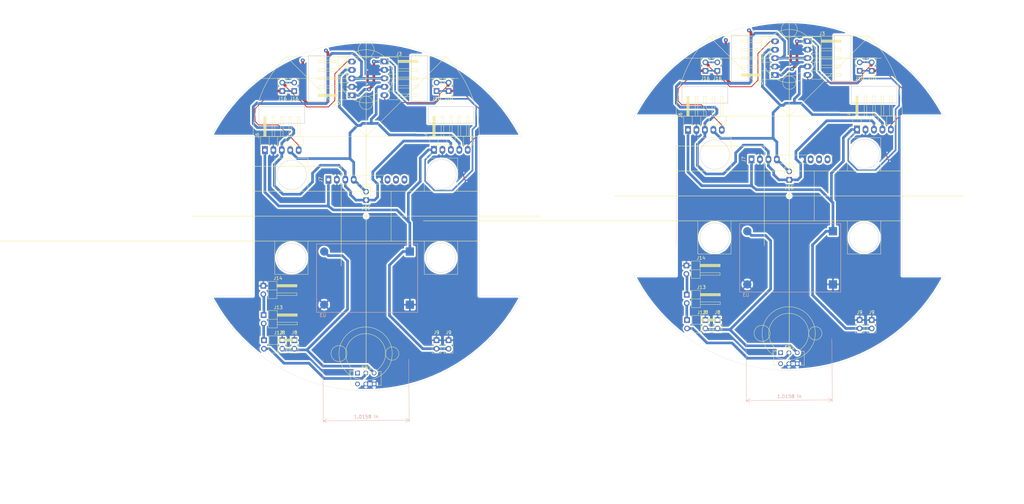
<source format=kicad_pcb>
(kicad_pcb (version 20171130) (host pcbnew 5.1.5-52549c5~84~ubuntu18.04.1)
  (title_block (title Naanu) (date 2019-12-08) (rev 2) (company "Robotics And Automation Center") (comment 1 "Sanjay Rijal") (comment 2 "Rohit Pati") (comment 3 "Rimesh Lwagun") (comment 4 "Rabin Nepal"))
  (layers (0 F.Cu signal) (31 B.Cu signal) (34 B.Paste user) (35 F.Paste user) (36 B.SilkS user) (37 F.SilkS user) (38 B.Mask user) (39 F.Mask user) (44 Edge.Cuts user))
  (net 0 "")
  (net 1 GND)
  (net 2 +5V)
  (net 3 SCL)
  (net 4 SDA)
  (net 5 X_RIGHT)
  (net 6 X_FR)
  (net 7 X_LEFT)
  (net 8 X_FL)
  (net 9 "Net-(J7-Pad5)")
  (net 10 "Net-(J7-Pad6)")
  (net 11 "Net-(J7-Pad7)")
  (net 12 "Net-(J7-Pad8)")
  (net 13 "Net-(J7-Pad9)")
  (net 14 "Net-(J7-Pad10)")
  (net 15 "Net-(J12-Pad1)")
  (net 16 +12V_Bat)
  (net 17 "Net-(J13-Pad1)")
  (net 18 +12V)
  (net 19 "Net-(SW1-Pad1)")
  (net 20 "Net-(SW1-Pad4)")
  (module Connector_PinHeader_2.54mm:PinHeader_1x02_P2.54mm_Horizontal (layer F.Cu) (at 193.3 122.9)
    (fp_text reference J12 (at 4.385 -2.27) (layer F.SilkS))
    (fp_text value CELL1)
    (pad 1 thru_hole rect (at 0 0) (size 1.7 1.7) (drill 1) (layers *.Cu *.Mask) (net 15 "Net-(J12-Pad1)"))
    (pad 2 thru_hole oval (at 0 2.54) (size 1.7 1.7) (drill 1) (layers *.Cu *.Mask) (net 16 +12V_Bat))
  )
  (module Connector_PinHeader_2.54mm:PinHeader_1x05_P2.54mm_Horizontal (layer F.Cu) (at 219.726 49.18684 180)
    (fp_text reference J5 (at 4.385 -2.27) (layer F.SilkS))
    (fp_text value VLX_LEFT)
    (pad 1 thru_hole rect (at 0 0 180) (size 2.4 1.7) (drill 1) (layers *.Cu *.Mask) (net 2 +5V))
    (pad 2 thru_hole oval (at 0 2.540001 180) (size 2.4 1.7) (drill 1) (layers *.Cu *.Mask) (net 1 GND))
    (pad 3 thru_hole oval (at 0 5.08 180) (size 2.4 1.7) (drill 1) (layers *.Cu *.Mask) (net 3 SCL))
    (pad 4 thru_hole oval (at 0 7.62 180) (size 2.4 1.7) (drill 1) (layers *.Cu *.Mask) (net 4 SDA))
    (pad 5 thru_hole oval (at 0 10.16 180) (size 2.4 1.7) (drill 1) (layers *.Cu *.Mask) (net 7 X_LEFT))
  )
  (module Connector_PinHeader_2.54mm:PinHeader_1x02_P2.54mm_Horizontal (layer F.Cu) (at 193.2 115.3)
    (fp_text reference J13 (at 4.385 -2.27) (layer F.SilkS))
    (fp_text value CELL2)
    (pad 1 thru_hole rect (at 0 0) (size 1.7 1.7) (drill 1) (layers *.Cu *.Mask) (net 17 "Net-(J13-Pad1)"))
    (pad 2 thru_hole oval (at 0 2.54) (size 1.7 1.7) (drill 1) (layers *.Cu *.Mask) (net 15 "Net-(J12-Pad1)"))
  )
  (module Connector_PinHeader_2.54mm:PinHeader_1x10_P2.54mm_Vertical (layer F.Cu) (at 212.66344 74.5554 90)
    (fp_text reference J7 (at 0 -2.33 90) (layer F.SilkS))
    (fp_text value MPU9250)
    (pad 10 thru_hole oval (at 0 22.86 90) (size 2.4 1.7) (drill 1) (layers *.Cu *.Mask) (net 14 "Net-(J7-Pad10)"))
    (pad 9 thru_hole oval (at 0 20.32 90) (size 2.4 1.7) (drill 1) (layers *.Cu *.Mask) (net 13 "Net-(J7-Pad9)"))
    (pad 8 thru_hole oval (at 0 17.78 90) (size 2.4 1.7) (drill 1) (layers *.Cu *.Mask) (net 12 "Net-(J7-Pad8)"))
    (pad 7 thru_hole oval (at 0 15.24 90) (size 0.1 0.1) (drill 0.01) (layers *.Cu *.Mask) (net 11 "Net-(J7-Pad7)"))
    (pad 6 thru_hole oval (at 0 12.7 90) (size 0.1 0.1) (drill 0.01) (layers *.Cu *.Mask) (net 10 "Net-(J7-Pad6)"))
    (pad 5 thru_hole oval (at 0 10.16 90) (size 0.1 0.1) (drill 0.01) (layers *.Cu *.Mask) (net 9 "Net-(J7-Pad5)"))
    (pad 4 thru_hole oval (at 0 7.62 90) (size 2.4 1.7) (drill 1) (layers *.Cu *.Mask) (net 4 SDA))
    (pad 3 thru_hole oval (at 0 5.08 90) (size 2.4 1.7) (drill 1) (layers *.Cu *.Mask) (net 3 SCL))
    (pad 2 thru_hole oval (at 0 2.54 90) (size 2.4 1.7) (drill 1) (layers *.Cu *.Mask) (net 1 GND))
    (pad 1 thru_hole rect (at 0 0 90) (size 2.4 1.7) (drill 1) (layers *.Cu *.Mask) (net 2 +5V))
  )
  (module Connector_PinHeader_2.54mm:PinHeader_1x05_P2.54mm_Horizontal (layer F.Cu) (at 244.39896 65.589 90)
    (fp_text reference J4 (at 4.385 -2.27 90) (layer F.SilkS))
    (fp_text value VLX_FR)
    (pad 5 thru_hole oval (at 0 10.16 90) (size 2.4 1.7) (drill 1) (layers *.Cu *.Mask) (net 6 X_FR))
    (pad 4 thru_hole oval (at 0 7.62 90) (size 2.4 1.7) (drill 1) (layers *.Cu *.Mask) (net 4 SDA))
    (pad 3 thru_hole oval (at 0 5.08 90) (size 2.4 1.7) (drill 1) (layers *.Cu *.Mask) (net 3 SCL))
    (pad 2 thru_hole oval (at 0 2.54 90) (size 2.4 1.7) (drill 1) (layers *.Cu *.Mask) (net 1 GND))
    (pad 1 thru_hole rect (at 0 0 90) (size 2.4 1.7) (drill 1) (layers *.Cu *.Mask) (net 2 +5V))
  )
  (module Connector_PinHeader_2.54mm:PinHeader_1x02_P2.54mm_Vertical (layer F.Cu) (at 248.8 47.9 180)
    (fp_text reference J10 (at 0 -2.33) (layer F.SilkS))
    (fp_text value Conn_01x02_Male)
    (pad 2 thru_hole oval (at 0 2.54 180) (size 1.7 1.7) (drill 1) (layers *.Cu *.Mask) (net 5 X_RIGHT))
    (pad 1 thru_hole rect (at 0 0 180) (size 1.7 1.7) (drill 1) (layers *.Cu *.Mask) (net 6 X_FR))
  )
  (module Connector_PinHeader_2.54mm:PinHeader_1x02_P2.54mm_Vertical (layer F.Cu) (at 245.2 47.9 180)
    (fp_text reference J10 (at 0 -2.33) (layer F.SilkS))
    (fp_text value Conn_01x02_Male)
    (pad 1 thru_hole rect (at 0 0 180) (size 1.7 1.7) (drill 1) (layers *.Cu *.Mask) (net 6 X_FR))
    (pad 2 thru_hole oval (at 0 2.54 180) (size 1.7 1.7) (drill 1) (layers *.Cu *.Mask) (net 5 X_RIGHT))
  )
  (module Connector_PinHeader_2.54mm:PinHeader_1x02_P2.54mm_Horizontal (layer F.Cu) (at 193.1 106.5)
    (fp_text reference J14 (at 4.385 -2.27) (layer F.SilkS))
    (fp_text value CELL3)
    (pad 1 thru_hole rect (at 0 0) (size 1.7 1.7) (drill 1) (layers *.Cu *.Mask) (net 1 GND))
    (pad 2 thru_hole oval (at 0 2.54) (size 1.7 1.7) (drill 1) (layers *.Cu *.Mask) (net 17 "Net-(J13-Pad1)"))
  )
  (module Connector_PinHeader_2.54mm:PinHeader_1x05_P2.54mm_Horizontal (layer F.Cu) (at 229.4982 38.99112)
    (fp_text reference J3 (at 4.385 -2.27) (layer F.SilkS))
    (fp_text value VLX_RIGHT)
    (pad 5 thru_hole oval (at 0 10.16) (size 2.4 1.7) (drill 1) (layers *.Cu *.Mask) (net 5 X_RIGHT))
    (pad 4 thru_hole oval (at 0 7.62) (size 2.4 1.7) (drill 1) (layers *.Cu *.Mask) (net 4 SDA))
    (pad 3 thru_hole oval (at 0 5.08) (size 2.4 1.7) (drill 1) (layers *.Cu *.Mask) (net 3 SCL))
    (pad 2 thru_hole oval (at 0 2.540001) (size 2.4 1.7) (drill 1) (layers *.Cu *.Mask) (net 1 GND))
    (pad 1 thru_hole rect (at 0 0) (size 2.4 1.7) (drill 1) (layers *.Cu *.Mask) (net 2 +5V))
  )
  (module Connector_PinHeader_2.54mm:PinHeader_1x05_P2.54mm_Horizontal (layer F.Cu) (at 193.57402 65.67964 90)
    (fp_text reference J6 (at 4.385 -2.27 90) (layer F.SilkS))
    (fp_text value VLX_FL)
    (pad 1 thru_hole rect (at 0 0 90) (size 2.4 1.7) (drill 1) (layers *.Cu *.Mask) (net 2 +5V))
    (pad 2 thru_hole oval (at 0 2.54 90) (size 2.6 1.7) (drill 1) (layers *.Cu *.Mask) (net 1 GND))
    (pad 3 thru_hole oval (at 0 5.08 90) (size 2.6 1.7) (drill 1) (layers *.Cu *.Mask) (net 3 SCL))
    (pad 4 thru_hole oval (at 0 7.62 90) (size 2.4 1.7) (drill 1) (layers *.Cu *.Mask) (net 4 SDA))
    (pad 5 thru_hole oval (at 0 10.16 90) (size 2.4 1.7) (drill 1) (layers *.Cu *.Mask) (net 8 X_FL))
  )
  (module Connector_PinHeader_2.54mm:PinHeader_1x02_P2.54mm_Vertical (layer F.Cu) (at 198.8 47.9 180)
    (fp_text reference J16 (at 0 -2.33) (layer F.SilkS))
    (fp_text value Conn_01x02_Male)
    (pad 1 thru_hole rect (at 0 0 180) (size 1.7 1.7) (drill 1) (layers *.Cu *.Mask) (net 8 X_FL))
    (pad 2 thru_hole oval (at 0 2.54 180) (size 1.7 1.7) (drill 1) (layers *.Cu *.Mask) (net 7 X_LEFT))
  )
  (module Button_Switch_THT:SW_CuK_JS202011CQN_DPDT_Straight (layer F.Cu) (at 221.41344 132.7554)
    (fp_text reference SW1 (at 2.75 -1.6) (layer F.SilkS))
    (fp_text value SWITCH)
    (pad 6 thru_hole circle (at 5 3.3) (size 1.4 1.4) (drill 0.9) (layers *.Cu *.Mask) (net 1 GND))
    (pad 5 thru_hole circle (at 2.5 3.3) (size 1.4 1.4) (drill 0.9) (layers *.Cu *.Mask) (net 1 GND))
    (pad 4 thru_hole circle (at 0 3.3) (size 1.4 1.4) (drill 0.9) (layers *.Cu *.Mask) (net 20 "Net-(SW1-Pad4)"))
    (pad 3 thru_hole circle (at 5 0) (size 1.4 1.4) (drill 0.9) (layers *.Cu *.Mask) (net 18 +12V))
    (pad 2 thru_hole circle (at 2.5 0) (size 1.4 1.4) (drill 0.9) (layers *.Cu *.Mask) (net 16 +12V_Bat))
    (pad 1 thru_hole rect (at 0 0) (size 1.4 1.4) (drill 0.9) (layers *.Cu *.Mask) (net 19 "Net-(SW1-Pad1)"))
  )
  (module Connector_PinHeader_2.54mm:PinHeader_1x02_P2.54mm_Vertical (layer F.Cu) (at 224.01322 80.72156 180)
    (fp_text reference J15 (at 0 -2.33) (layer F.SilkS))
    (fp_text value Conn_01x02_Male)
    (pad 2 thru_hole oval (at 0 2.54 180) (size 1.7 1.7) (drill 1) (layers *.Cu *.Mask) (net 4 SDA))
    (pad 1 thru_hole rect (at 0 0 180) (size 1.7 1.7) (drill 1) (layers *.Cu *.Mask) (net 3 SCL))
  )
  (module Connector_PinHeader_2.54mm:PinHeader_1x02_P2.54mm_Vertical (layer F.Cu) (at 202.4 47.9 180)
    (fp_text reference J16 (at 0 -2.33) (layer F.SilkS))
    (fp_text value Conn_01x02_Male)
    (pad 2 thru_hole oval (at 0 2.54 180) (size 1.7 1.7) (drill 1) (layers *.Cu *.Mask) (net 7 X_LEFT))
    (pad 1 thru_hole rect (at 0 0 180) (size 1.7 1.7) (drill 1) (layers *.Cu *.Mask) (net 8 X_FL))
  )
  (module Connector_PinHeader_2.54mm:PinHeader_1x02_P2.54mm_Vertical (layer F.Cu) (at 202.4537 122.89826)
    (fp_text reference J8 (at 0 -2.33) (layer F.SilkS))
    (fp_text value Conn_01x02_Male)
    (pad 2 thru_hole oval (at 0 2.54) (size 1.7 1.7) (drill 1) (layers *.Cu *.Mask) (net 18 +12V))
    (pad 1 thru_hole rect (at 0 0) (size 1.7 1.7) (drill 1) (layers *.Cu *.Mask) (net 1 GND))
  )
  (module Connector_PinHeader_2.54mm:PinHeader_1x02_P2.54mm_Vertical (layer F.Cu) (at 245.17396 122.89318)
    (fp_text reference J9 (at 0 -2.33) (layer F.SilkS))
    (fp_text value Conn_01x02_Male)
    (pad 2 thru_hole oval (at 0 2.54) (size 1.7 1.7) (drill 1) (layers *.Cu *.Mask) (net 2 +5V))
    (pad 1 thru_hole rect (at 0 0) (size 1.7 1.7) (drill 1) (layers *.Cu *.Mask) (net 1 GND))
  )
  (module Buck:Buck (layer B.Cu) (at 209.1 114.49)
    (fp_text reference U3 (at 1.905 0.889) (layer B.SilkS) (effects (justify mirror)))
    (fp_text value "5V Regulator")
    (pad 1 smd circle (at 2.3 -2.3) (size 2.5 2.5) (layers B.Cu B.Paste B.Mask) (net 1 GND))
    (pad 2 smd circle (at 2.3 -18.3) (size 2.5 2.5) (layers B.Cu B.Paste B.Mask) (net 18 +12V))
    (pad 3 smd rect (at 28.0532 -2.3) (size 2.5 2.5) (layers B.Cu B.Paste B.Mask) (net 1 GND))
    (pad 4 smd rect (at 28.0532 -18.3) (size 2.5 2.5) (layers B.Cu B.Paste B.Mask) (net 2 +5V))
  )
  (module Connector_PinHeader_2.54mm:PinHeader_1x02_P2.54mm_Vertical (layer F.Cu) (at 248.8 122.9)
    (fp_text reference J9 (at 0 -2.33) (layer F.SilkS))
    (fp_text value Conn_01x02_Male)
    (pad 1 thru_hole rect (at 0 0) (size 1.7 1.7) (drill 1) (layers *.Cu *.Mask) (net 1 GND))
    (pad 2 thru_hole oval (at 0 2.54) (size 1.7 1.7) (drill 1) (layers *.Cu *.Mask) (net 2 +5V))
  )
  (module Connector_PinHeader_2.54mm:PinHeader_1x02_P2.54mm_Vertical (layer F.Cu) (at 198.8 122.9)
    (fp_text reference J8 (at 0 -2.33) (layer F.SilkS))
    (fp_text value Conn_01x02_Male)
    (pad 1 thru_hole rect (at 0 0) (size 1.7 1.7) (drill 1) (layers *.Cu *.Mask) (net 1 GND))
    (pad 2 thru_hole oval (at 0 2.54) (size 1.7 1.7) (drill 1) (layers *.Cu *.Mask) (net 18 +12V))
  )
  (module Connector_PinHeader_2.54mm:PinHeader_1x02_P2.54mm_Vertical (layer F.Cu) (at 71.6 54 180)
    (fp_text reference J16 (at 0 -2.33) (layer F.SilkS))
    (fp_text value Conn_01x02_Male)
    (pad 2 thru_hole oval (at 0 2.54 180) (size 1.7 1.7) (drill 1) (layers *.Cu *.Mask) (net 7 X_LEFT))
    (pad 1 thru_hole rect (at 0 0 180) (size 1.7 1.7) (drill 1) (layers *.Cu *.Mask) (net 8 X_FL))
  )
  (module Connector_PinHeader_2.54mm:PinHeader_1x02_P2.54mm_Vertical (layer F.Cu) (at 118 54 180)
    (fp_text reference J10 (at 0 -2.33) (layer F.SilkS))
    (fp_text value Conn_01x02_Male)
    (pad 2 thru_hole oval (at 0 2.54 180) (size 1.7 1.7) (drill 1) (layers *.Cu *.Mask) (net 5 X_RIGHT))
    (pad 1 thru_hole rect (at 0 0 180) (size 1.7 1.7) (drill 1) (layers *.Cu *.Mask) (net 6 X_FR))
  )
  (module Connector_PinHeader_2.54mm:PinHeader_1x02_P2.54mm_Vertical (layer F.Cu) (at 75.2 54 180)
    (fp_text reference J16 (at 0 -2.33) (layer F.SilkS))
    (fp_text value Conn_01x02_Male)
    (pad 1 thru_hole rect (at 0 0 180) (size 1.7 1.7) (drill 1) (layers *.Cu *.Mask) (net 8 X_FL))
    (pad 2 thru_hole oval (at 0 2.54 180) (size 1.7 1.7) (drill 1) (layers *.Cu *.Mask) (net 7 X_LEFT))
  )
  (module Connector_PinHeader_2.54mm:PinHeader_1x02_P2.54mm_Vertical (layer F.Cu) (at 75.2537 128.99826)
    (fp_text reference J8 (at 0 -2.33) (layer F.SilkS))
    (fp_text value Conn_01x02_Male)
    (pad 1 thru_hole rect (at 0 0) (size 1.7 1.7) (drill 1) (layers *.Cu *.Mask) (net 1 GND))
    (pad 2 thru_hole oval (at 0 2.54) (size 1.7 1.7) (drill 1) (layers *.Cu *.Mask) (net 18 +12V))
  )
  (module Connector_PinHeader_2.54mm:PinHeader_1x02_P2.54mm_Vertical (layer F.Cu) (at 117.97396 128.99318)
    (fp_text reference J9 (at 0 -2.33) (layer F.SilkS))
    (fp_text value Conn_01x02_Male)
    (pad 1 thru_hole rect (at 0 0) (size 1.7 1.7) (drill 1) (layers *.Cu *.Mask) (net 1 GND))
    (pad 2 thru_hole oval (at 0 2.54) (size 1.7 1.7) (drill 1) (layers *.Cu *.Mask) (net 2 +5V))
  )
  (module Buck:Buck (layer B.Cu) (at 81.9 120.59)
    (fp_text reference U3 (at 1.905 0.889) (layer B.SilkS) (effects (justify mirror)))
    (fp_text value "5V Regulator")
    (pad 4 smd rect (at 28.0532 -18.3) (size 2.5 2.5) (layers B.Cu B.Paste B.Mask) (net 2 +5V))
    (pad 3 smd rect (at 28.0532 -2.3) (size 2.5 2.5) (layers B.Cu B.Paste B.Mask) (net 1 GND))
    (pad 2 smd circle (at 2.3 -18.3) (size 2.5 2.5) (layers B.Cu B.Paste B.Mask) (net 18 +12V))
    (pad 1 smd circle (at 2.3 -2.3) (size 2.5 2.5) (layers B.Cu B.Paste B.Mask) (net 1 GND))
  )
  (module Connector_PinHeader_2.54mm:PinHeader_1x02_P2.54mm_Vertical (layer F.Cu) (at 121.6 129)
    (fp_text reference J9 (at 0 -2.33) (layer F.SilkS))
    (fp_text value Conn_01x02_Male)
    (pad 2 thru_hole oval (at 0 2.54) (size 1.7 1.7) (drill 1) (layers *.Cu *.Mask) (net 2 +5V))
    (pad 1 thru_hole rect (at 0 0) (size 1.7 1.7) (drill 1) (layers *.Cu *.Mask) (net 1 GND))
  )
  (module Connector_PinHeader_2.54mm:PinHeader_1x02_P2.54mm_Vertical (layer F.Cu) (at 71.6 129)
    (fp_text reference J8 (at 0 -2.33) (layer F.SilkS))
    (fp_text value Conn_01x02_Male)
    (pad 2 thru_hole oval (at 0 2.54) (size 1.7 1.7) (drill 1) (layers *.Cu *.Mask) (net 18 +12V))
    (pad 1 thru_hole rect (at 0 0) (size 1.7 1.7) (drill 1) (layers *.Cu *.Mask) (net 1 GND))
  )
  (module Connector_PinHeader_2.54mm:PinHeader_1x02_P2.54mm_Horizontal (layer F.Cu) (at 66 121.4)
    (fp_text reference J13 (at 4.385 -2.27) (layer F.SilkS))
    (fp_text value CELL2)
    (pad 2 thru_hole oval (at 0 2.54) (size 1.7 1.7) (drill 1) (layers *.Cu *.Mask) (net 15 "Net-(J12-Pad1)"))
    (pad 1 thru_hole rect (at 0 0) (size 1.7 1.7) (drill 1) (layers *.Cu *.Mask) (net 17 "Net-(J13-Pad1)"))
  )
  (module Connector_PinHeader_2.54mm:PinHeader_1x02_P2.54mm_Horizontal (layer F.Cu) (at 65.9 112.6)
    (fp_text reference J14 (at 4.385 -2.27) (layer F.SilkS))
    (fp_text value CELL3)
    (pad 2 thru_hole oval (at 0 2.54) (size 1.7 1.7) (drill 1) (layers *.Cu *.Mask) (net 17 "Net-(J13-Pad1)"))
    (pad 1 thru_hole rect (at 0 0) (size 1.7 1.7) (drill 1) (layers *.Cu *.Mask) (net 1 GND))
  )
  (module Connector_PinHeader_2.54mm:PinHeader_1x02_P2.54mm_Horizontal (layer F.Cu) (at 66.1 129)
    (fp_text reference J12 (at 4.385 -2.27) (layer F.SilkS))
    (fp_text value CELL1)
    (pad 2 thru_hole oval (at 0 2.54) (size 1.7 1.7) (drill 1) (layers *.Cu *.Mask) (net 16 +12V_Bat))
    (pad 1 thru_hole rect (at 0 0) (size 1.7 1.7) (drill 1) (layers *.Cu *.Mask) (net 15 "Net-(J12-Pad1)"))
  )
  (module Button_Switch_THT:SW_CuK_JS202011CQN_DPDT_Straight (layer F.Cu) (at 94.21344 138.8554)
    (fp_text reference SW1 (at 2.75 -1.6) (layer F.SilkS))
    (fp_text value SWITCH)
    (pad 1 thru_hole rect (at 0 0) (size 1.4 1.4) (drill 0.9) (layers *.Cu *.Mask) (net 19 "Net-(SW1-Pad1)"))
    (pad 2 thru_hole circle (at 2.5 0) (size 1.4 1.4) (drill 0.9) (layers *.Cu *.Mask) (net 16 +12V_Bat))
    (pad 3 thru_hole circle (at 5 0) (size 1.4 1.4) (drill 0.9) (layers *.Cu *.Mask) (net 18 +12V))
    (pad 4 thru_hole circle (at 0 3.3) (size 1.4 1.4) (drill 0.9) (layers *.Cu *.Mask) (net 20 "Net-(SW1-Pad4)"))
    (pad 5 thru_hole circle (at 2.5 3.3) (size 1.4 1.4) (drill 0.9) (layers *.Cu *.Mask) (net 1 GND))
    (pad 6 thru_hole circle (at 5 3.3) (size 1.4 1.4) (drill 0.9) (layers *.Cu *.Mask) (net 1 GND))
  )
  (module Connector_PinHeader_2.54mm:PinHeader_1x10_P2.54mm_Vertical (layer F.Cu) (at 85.46344 80.6554 90)
    (fp_text reference J7 (at 0 -2.33 90) (layer F.SilkS))
    (fp_text value MPU9250)
    (pad 1 thru_hole rect (at 0 0 90) (size 2.4 1.7) (drill 1) (layers *.Cu *.Mask) (net 2 +5V))
    (pad 2 thru_hole oval (at 0 2.54 90) (size 2.4 1.7) (drill 1) (layers *.Cu *.Mask) (net 1 GND))
    (pad 3 thru_hole oval (at 0 5.08 90) (size 2.4 1.7) (drill 1) (layers *.Cu *.Mask) (net 3 SCL))
    (pad 4 thru_hole oval (at 0 7.62 90) (size 2.4 1.7) (drill 1) (layers *.Cu *.Mask) (net 4 SDA))
    (pad 5 thru_hole oval (at 0 10.16 90) (size 0.1 0.1) (drill 0.01) (layers *.Cu *.Mask) (net 9 "Net-(J7-Pad5)"))
    (pad 6 thru_hole oval (at 0 12.7 90) (size 0.1 0.1) (drill 0.01) (layers *.Cu *.Mask) (net 10 "Net-(J7-Pad6)"))
    (pad 7 thru_hole oval (at 0 15.24 90) (size 0.1 0.1) (drill 0.01) (layers *.Cu *.Mask) (net 11 "Net-(J7-Pad7)"))
    (pad 8 thru_hole oval (at 0 17.78 90) (size 2.4 1.7) (drill 1) (layers *.Cu *.Mask) (net 12 "Net-(J7-Pad8)"))
    (pad 9 thru_hole oval (at 0 20.32 90) (size 2.4 1.7) (drill 1) (layers *.Cu *.Mask) (net 13 "Net-(J7-Pad9)"))
    (pad 10 thru_hole oval (at 0 22.86 90) (size 2.4 1.7) (drill 1) (layers *.Cu *.Mask) (net 14 "Net-(J7-Pad10)"))
  )
  (module Connector_PinHeader_2.54mm:PinHeader_1x05_P2.54mm_Horizontal (layer F.Cu) (at 66.37402 71.77964 90)
    (fp_text reference J6 (at 4.385 -2.27 90) (layer F.SilkS))
    (fp_text value VLX_FL)
    (pad 5 thru_hole oval (at 0 10.16 90) (size 2.4 1.7) (drill 1) (layers *.Cu *.Mask) (net 8 X_FL))
    (pad 4 thru_hole oval (at 0 7.62 90) (size 2.4 1.7) (drill 1) (layers *.Cu *.Mask) (net 4 SDA))
    (pad 3 thru_hole oval (at 0 5.08 90) (size 2.6 1.7) (drill 1) (layers *.Cu *.Mask) (net 3 SCL))
    (pad 2 thru_hole oval (at 0 2.54 90) (size 2.6 1.7) (drill 1) (layers *.Cu *.Mask) (net 1 GND))
    (pad 1 thru_hole rect (at 0 0 90) (size 2.4 1.7) (drill 1) (layers *.Cu *.Mask) (net 2 +5V))
  )
  (module Connector_PinHeader_2.54mm:PinHeader_1x05_P2.54mm_Horizontal (layer F.Cu) (at 92.526 55.28684 180)
    (fp_text reference J5 (at 4.385 -2.27) (layer F.SilkS))
    (fp_text value VLX_LEFT)
    (pad 5 thru_hole oval (at 0 10.16 180) (size 2.4 1.7) (drill 1) (layers *.Cu *.Mask) (net 7 X_LEFT))
    (pad 4 thru_hole oval (at 0 7.62 180) (size 2.4 1.7) (drill 1) (layers *.Cu *.Mask) (net 4 SDA))
    (pad 3 thru_hole oval (at 0 5.08 180) (size 2.4 1.7) (drill 1) (layers *.Cu *.Mask) (net 3 SCL))
    (pad 2 thru_hole oval (at 0 2.540001 180) (size 2.4 1.7) (drill 1) (layers *.Cu *.Mask) (net 1 GND))
    (pad 1 thru_hole rect (at 0 0 180) (size 2.4 1.7) (drill 1) (layers *.Cu *.Mask) (net 2 +5V))
  )
  (module Connector_PinHeader_2.54mm:PinHeader_1x05_P2.54mm_Horizontal (layer F.Cu) (at 102.2982 45.09112)
    (fp_text reference J3 (at 4.385 -2.27) (layer F.SilkS))
    (fp_text value VLX_RIGHT)
    (pad 1 thru_hole rect (at 0 0) (size 2.4 1.7) (drill 1) (layers *.Cu *.Mask) (net 2 +5V))
    (pad 2 thru_hole oval (at 0 2.540001) (size 2.4 1.7) (drill 1) (layers *.Cu *.Mask) (net 1 GND))
    (pad 3 thru_hole oval (at 0 5.08) (size 2.4 1.7) (drill 1) (layers *.Cu *.Mask) (net 3 SCL))
    (pad 4 thru_hole oval (at 0 7.62) (size 2.4 1.7) (drill 1) (layers *.Cu *.Mask) (net 4 SDA))
    (pad 5 thru_hole oval (at 0 10.16) (size 2.4 1.7) (drill 1) (layers *.Cu *.Mask) (net 5 X_RIGHT))
  )
  (module Connector_PinHeader_2.54mm:PinHeader_1x05_P2.54mm_Horizontal (layer F.Cu) (at 117.19896 71.689 90)
    (fp_text reference J4 (at 4.385 -2.27 90) (layer F.SilkS))
    (fp_text value VLX_FR)
    (pad 1 thru_hole rect (at 0 0 90) (size 2.4 1.7) (drill 1) (layers *.Cu *.Mask) (net 2 +5V))
    (pad 2 thru_hole oval (at 0 2.54 90) (size 2.4 1.7) (drill 1) (layers *.Cu *.Mask) (net 1 GND))
    (pad 3 thru_hole oval (at 0 5.08 90) (size 2.4 1.7) (drill 1) (layers *.Cu *.Mask) (net 3 SCL))
    (pad 4 thru_hole oval (at 0 7.62 90) (size 2.4 1.7) (drill 1) (layers *.Cu *.Mask) (net 4 SDA))
    (pad 5 thru_hole oval (at 0 10.16 90) (size 2.4 1.7) (drill 1) (layers *.Cu *.Mask) (net 6 X_FR))
  )
  (module Connector_PinHeader_2.54mm:PinHeader_1x02_P2.54mm_Vertical (layer F.Cu) (at 121.6 54 180)
    (fp_text reference J10 (at 0 -2.33) (layer F.SilkS))
    (fp_text value Conn_01x02_Male)
    (pad 1 thru_hole rect (at 0 0 180) (size 1.7 1.7) (drill 1) (layers *.Cu *.Mask) (net 6 X_FR))
    (pad 2 thru_hole oval (at 0 2.54 180) (size 1.7 1.7) (drill 1) (layers *.Cu *.Mask) (net 5 X_RIGHT))
  )
  (module Connector_PinHeader_2.54mm:PinHeader_1x02_P2.54mm_Vertical (layer F.Cu) (at 96.81322 86.82156 180)
    (fp_text reference J15 (at 0 -2.33) (layer F.SilkS))
    (fp_text value Conn_01x02_Male)
    (pad 1 thru_hole rect (at 0 0 180) (size 1.7 1.7) (drill 1) (layers *.Cu *.Mask) (net 3 SCL))
    (pad 2 thru_hole oval (at 0 2.54 180) (size 1.7 1.7) (drill 1) (layers *.Cu *.Mask) (net 4 SDA))
  )
  (gr_circle (center 224.01344 85.5554) (end 224.48344 85.5554) (layer Edge.Cuts) (width 0.05))
  (gr_line (start 171.51344 85.5554) (end 276.51344 85.5554) (layer F.SilkS) (width 0.15))
  (gr_line (start 224.01344 33.0554) (end 224.01344 138.0554) (layer F.SilkS) (width 0.15))
  (gr_line (start 241.51344 93.0554) (end 241.51344 103.0554) (layer F.SilkS) (width 0.12))
  (gr_line (start 241.51344 103.0554) (end 251.51344 103.0554) (layer F.SilkS) (width 0.12))
  (gr_line (start 251.51344 103.0554) (end 251.51344 93.0554) (layer F.SilkS) (width 0.12))
  (gr_line (start 241.51344 78.0554) (end 241.51344 68.0554) (layer F.SilkS) (width 0.12))
  (gr_line (start 241.51344 68.0554) (end 251.51344 68.0554) (layer F.SilkS) (width 0.12))
  (gr_line (start 251.51344 68.0554) (end 251.51344 78.0554) (layer F.SilkS) (width 0.12))
  (gr_circle (center 246.66344 72.9054) (end 251.104161 72.9054) (layer Edge.Cuts) (width 0.12))
  (gr_circle (center 246.51344 98.0554) (end 250.954161 98.0554) (layer Edge.Cuts) (width 0.12))
  (gr_line (start 191.77402 52.62964) (end 205.52402 52.62964) (layer Edge.Cuts) (width 0.15))
  (gr_line (start 242.64896 52.589) (end 256.39896 52.589) (layer Edge.Cuts) (width 0.15))
  (gr_line (start 256.39896 57.589) (end 256.39896 52.589) (layer Edge.Cuts) (width 0.15))
  (gr_line (start 256.39896 57.589) (end 242.64896 57.589) (layer Edge.Cuts) (width 0.15))
  (gr_line (start 242.64896 57.589) (end 242.64896 52.589) (layer Edge.Cuts) (width 0.15))
  (gr_line (start 206.676 37.23684) (end 206.676 50.98684) (layer Edge.Cuts) (width 0.15))
  (gr_line (start 211.676 50.98684) (end 206.676 50.98684) (layer Edge.Cuts) (width 0.15))
  (gr_line (start 211.676 50.98684) (end 211.676 37.23684) (layer Edge.Cuts) (width 0.15))
  (gr_line (start 211.676 37.23684) (end 206.676 37.23684) (layer Edge.Cuts) (width 0.15))
  (gr_line (start 237.5482 37.19112) (end 237.5482 50.94112) (layer Edge.Cuts) (width 0.15))
  (gr_line (start 242.5482 50.94112) (end 237.5482 50.94112) (layer Edge.Cuts) (width 0.15))
  (gr_line (start 242.5482 50.94112) (end 242.5482 37.19112) (layer Edge.Cuts) (width 0.15))
  (gr_line (start 242.5482 37.19112) (end 237.5482 37.19112) (layer Edge.Cuts) (width 0.15))
  (gr_line (start 258.01344 78.0554) (end 190.01344 78.0554) (layer F.SilkS) (width 0.15))
  (gr_line (start 258.01344 61.5554) (end 224.01344 61.5554) (layer F.SilkS) (width 0.12))
  (gr_line (start 224.01344 61.5554) (end 190.01344 61.5554) (layer F.SilkS) (width 0.12))
  (gr_arc (start 224.01344 61.5554) (end 258.01344 61.5554) (angle -45) (layer F.SilkS) (width 0.12))
  (gr_arc (start 224.01344 61.5554) (end 199.97181 37.51377) (angle -45) (layer F.SilkS) (width 0.12))
  (gr_line (start 224.01344 61.5554) (end 199.97181 37.51377) (layer F.SilkS) (width 0.12))
  (gr_line (start 224.01344 61.5554) (end 248.055071 37.513769) (layer F.SilkS) (width 0.12))
  (gr_line (start 199.97181 37.51377) (end 248.055071 37.513769) (layer F.SilkS) (width 0.12))
  (gr_line (start 205.52402 57.62964) (end 205.52402 52.62964) (layer Edge.Cuts) (width 0.15))
  (gr_line (start 205.52402 57.62964) (end 191.77402 57.62964) (layer Edge.Cuts) (width 0.15))
  (gr_line (start 191.77402 57.62964) (end 191.77402 52.62964) (layer Edge.Cuts) (width 0.15))
  (gr_line (start 192.21344 44.1054) (end 251.71344 44.1054) (layer F.SilkS) (width 0.12))
  (gr_line (start 206.51344 93.0554) (end 206.51344 103.0554) (layer F.SilkS) (width 0.12))
  (gr_line (start 206.51344 103.0554) (end 196.51344 103.0554) (layer F.SilkS) (width 0.12))
  (gr_line (start 196.51344 103.0554) (end 196.51344 93.0554) (layer F.SilkS) (width 0.12))
  (gr_line (start 206.51344 78.0554) (end 206.51344 68.0554) (layer F.SilkS) (width 0.12))
  (gr_line (start 206.51344 68.0554) (end 196.51344 68.0554) (layer F.SilkS) (width 0.12))
  (gr_line (start 196.51344 68.0554) (end 196.51344 78.1054) (layer F.SilkS) (width 0.12))
  (gr_line (start 216.51344 85.5554) (end 216.51344 70.5554) (layer F.SilkS) (width 0.15))
  (gr_line (start 216.51344 70.5554) (end 190.01344 70.5554) (layer F.SilkS) (width 0.15))
  (gr_line (start 190.01344 70.5554) (end 190.01344 100.5554) (layer F.SilkS) (width 0.15))
  (gr_line (start 216.51344 100.5554) (end 216.51344 85.5554) (layer F.SilkS) (width 0.15))
  (gr_line (start 114.01344 93.0554) (end 258.01344 93.0554) (layer F.SilkS) (width 0.15))
  (gr_line (start 177.31344 61.5554) (end 190.01344 61.5554) (layer Edge.Cuts) (width 0.05))
  (gr_line (start 258.01344 61.5554) (end 258.01344 109.5554) (layer Edge.Cuts) (width 0.05))
  (gr_line (start 258.01344 109.5554) (end 270.713439 109.5554) (layer Edge.Cuts) (width 0.05))
  (gr_line (start 190.01344 109.5554) (end 177.313441 109.555399) (layer Edge.Cuts) (width 0.05))
  (gr_arc (start 224.01344 85.5554) (end 270.713439 61.555401) (angle -125.6010486) (layer Edge.Cuts) (width 0.05))
  (gr_arc (start 224.01344 85.5554) (end 177.313441 109.555399) (angle -125.6010481) (layer Edge.Cuts) (width 0.05))
  (gr_line (start 190.01344 109.5554) (end 190.01344 61.5554) (layer Edge.Cuts) (width 0.05))
  (gr_circle (center 223.8488 126.89762) (end 223.8488 118.89762) (layer F.SilkS) (width 0.12))
  (gr_circle (center 201.61344 98.1054) (end 206.054161 98.1054) (layer Edge.Cuts) (width 0.12))
  (gr_circle (center 201.61344 73.1054) (end 206.054161 73.1054) (layer Edge.Cuts) (width 0.12))
  (gr_line (start 231.51344 78.0554) (end 231.51344 93.0554) (layer F.SilkS) (width 0.12))
  (dimension 25.800775 (width 0.12) (layer B.SilkS) (gr_text "25.801 mm" (at 224.065864 148.318054 0.4441444331) (layer B.SilkS) (effects (font (size 1 1) (thickness 0.15)))) (feature1 (pts (xy 236.81344 128.5554) (xy 236.960565 147.534495))) (feature2 (pts (xy 211.01344 128.7554) (xy 211.160565 147.734495))) (crossbar (pts (xy 211.156019 147.148092) (xy 236.956019 146.948092))) (arrow1a (pts (xy 236.956019 146.948092) (xy 235.834095 147.543227))) (arrow1b (pts (xy 236.956019 146.948092) (xy 235.825003 146.370421))) (arrow2a (pts (xy 211.156019 147.148092) (xy 212.287035 147.725763))) (arrow2b (pts (xy 211.156019 147.148092) (xy 212.277943 146.552957))))
  (gr_circle (center 224.01344 43.4554) (end 230.01344 43.4554) (layer F.SilkS) (width 0.12))
  (gr_circle (center 224.01344 43.4554) (end 232.01344 43.4554) (layer F.SilkS) (width 0.12))
  (gr_arc (start 224.01344 35.4554) (end 224.01344 33.0554) (angle -358.0908476) (layer F.SilkS) (width 0.12))
  (gr_arc (start 224.01344 51.4554) (end 224.01344 49.4554) (angle -358.2100894) (layer F.SilkS) (width 0.12))
  (gr_line (start 258.01344 61.5554) (end 270.713439 61.555401) (layer Edge.Cuts) (width 0.05))
  (gr_circle (center 223.8488 126.89762) (end 223.8488 120.89762) (layer F.SilkS) (width 0.12))
  (gr_arc (start 215.8488 126.89762) (end 213.4488 126.89762) (angle -358.0908476) (layer F.SilkS) (width 0.12))
  (gr_arc (start 231.8488 126.89762) (end 229.8488 126.89762) (angle -358.2100894) (layer F.SilkS) (width 0.12))
  (gr_circle (center 96.6488 132.99762) (end 96.6488 124.99762) (layer F.SilkS) (width 0.12))
  (gr_arc (start 104.6488 132.99762) (end 102.6488 132.99762) (angle -358.2100894) (layer F.SilkS) (width 0.12))
  (gr_arc (start 88.6488 132.99762) (end 86.2488 132.99762) (angle -358.0908476) (layer F.SilkS) (width 0.12))
  (gr_circle (center 96.6488 132.99762) (end 96.6488 126.99762) (layer F.SilkS) (width 0.12))
  (gr_line (start 130.81344 67.6554) (end 143.513439 67.655401) (layer Edge.Cuts) (width 0.05))
  (gr_arc (start 96.81344 57.5554) (end 96.81344 55.5554) (angle -358.2100894) (layer F.SilkS) (width 0.12))
  (gr_arc (start 96.81344 41.5554) (end 96.81344 39.1554) (angle -358.0908476) (layer F.SilkS) (width 0.12))
  (gr_circle (center 96.81344 49.5554) (end 104.81344 49.5554) (layer F.SilkS) (width 0.12))
  (gr_circle (center 96.81344 49.5554) (end 102.81344 49.5554) (layer F.SilkS) (width 0.12))
  (dimension 25.800775 (width 0.12) (layer B.SilkS) (gr_text "25.801 mm" (at 96.865864 154.418054 0.4441444331) (layer B.SilkS) (effects (font (size 1 1) (thickness 0.15)))) (feature1 (pts (xy 109.61344 134.6554) (xy 109.760565 153.634495))) (feature2 (pts (xy 83.81344 134.8554) (xy 83.960565 153.834495))) (crossbar (pts (xy 83.956019 153.248092) (xy 109.756019 153.048092))) (arrow1a (pts (xy 109.756019 153.048092) (xy 108.634095 153.643227))) (arrow1b (pts (xy 109.756019 153.048092) (xy 108.625003 152.470421))) (arrow2a (pts (xy 83.956019 153.248092) (xy 85.087035 153.825763))) (arrow2b (pts (xy 83.956019 153.248092) (xy 85.077943 152.652957))))
  (gr_line (start 104.31344 84.1554) (end 104.31344 99.1554) (layer F.SilkS) (width 0.12))
  (gr_circle (center 74.41344 79.2054) (end 78.854161 79.2054) (layer Edge.Cuts) (width 0.12))
  (gr_circle (center 74.41344 104.2054) (end 78.854161 104.2054) (layer Edge.Cuts) (width 0.12))
  (gr_circle (center 119.31344 104.1554) (end 123.754161 104.1554) (layer Edge.Cuts) (width 0.12))
  (gr_circle (center 119.46344 79.0054) (end 123.904161 79.0054) (layer Edge.Cuts) (width 0.12))
  (gr_line (start 124.31344 74.1554) (end 124.31344 84.1554) (layer F.SilkS) (width 0.12))
  (gr_line (start 114.31344 74.1554) (end 124.31344 74.1554) (layer F.SilkS) (width 0.12))
  (gr_line (start 114.31344 84.1554) (end 114.31344 74.1554) (layer F.SilkS) (width 0.12))
  (gr_line (start 124.31344 109.1554) (end 124.31344 99.1554) (layer F.SilkS) (width 0.12))
  (gr_line (start 114.31344 109.1554) (end 124.31344 109.1554) (layer F.SilkS) (width 0.12))
  (gr_line (start 114.31344 99.1554) (end 114.31344 109.1554) (layer F.SilkS) (width 0.12))
  (gr_line (start 69.31344 74.1554) (end 69.31344 84.2054) (layer F.SilkS) (width 0.12))
  (gr_line (start 79.31344 74.1554) (end 69.31344 74.1554) (layer F.SilkS) (width 0.12))
  (gr_line (start 79.31344 84.1554) (end 79.31344 74.1554) (layer F.SilkS) (width 0.12))
  (gr_line (start 69.31344 109.1554) (end 69.31344 99.1554) (layer F.SilkS) (width 0.12))
  (gr_line (start 79.31344 109.1554) (end 69.31344 109.1554) (layer F.SilkS) (width 0.12))
  (gr_line (start 79.31344 99.1554) (end 79.31344 109.1554) (layer F.SilkS) (width 0.12))
  (gr_line (start 65.01344 50.2054) (end 124.51344 50.2054) (layer F.SilkS) (width 0.12))
  (gr_line (start 115.3482 43.29112) (end 110.3482 43.29112) (layer Edge.Cuts) (width 0.15))
  (gr_line (start 115.3482 57.04112) (end 115.3482 43.29112) (layer Edge.Cuts) (width 0.15))
  (gr_line (start 115.3482 57.04112) (end 110.3482 57.04112) (layer Edge.Cuts) (width 0.15))
  (gr_line (start 110.3482 43.29112) (end 110.3482 57.04112) (layer Edge.Cuts) (width 0.15))
  (gr_line (start 84.476 43.33684) (end 79.476 43.33684) (layer Edge.Cuts) (width 0.15))
  (gr_line (start 84.476 57.08684) (end 84.476 43.33684) (layer Edge.Cuts) (width 0.15))
  (gr_line (start 84.476 57.08684) (end 79.476 57.08684) (layer Edge.Cuts) (width 0.15))
  (gr_line (start 79.476 43.33684) (end 79.476 57.08684) (layer Edge.Cuts) (width 0.15))
  (gr_line (start 115.44896 63.689) (end 115.44896 58.689) (layer Edge.Cuts) (width 0.15))
  (gr_line (start 129.19896 63.689) (end 115.44896 63.689) (layer Edge.Cuts) (width 0.15))
  (gr_line (start 129.19896 63.689) (end 129.19896 58.689) (layer Edge.Cuts) (width 0.15))
  (gr_line (start 115.44896 58.689) (end 129.19896 58.689) (layer Edge.Cuts) (width 0.15))
  (gr_line (start 64.57402 58.72964) (end 78.32402 58.72964) (layer Edge.Cuts) (width 0.15))
  (gr_line (start 64.57402 63.72964) (end 64.57402 58.72964) (layer Edge.Cuts) (width 0.15))
  (gr_line (start 78.32402 63.72964) (end 64.57402 63.72964) (layer Edge.Cuts) (width 0.15))
  (gr_line (start 78.32402 63.72964) (end 78.32402 58.72964) (layer Edge.Cuts) (width 0.15))
  (gr_line (start 72.77181 43.61377) (end 120.855071 43.613769) (layer F.SilkS) (width 0.12))
  (gr_line (start 96.81344 67.6554) (end 120.855071 43.613769) (layer F.SilkS) (width 0.12))
  (gr_line (start 96.81344 67.6554) (end 72.77181 43.61377) (layer F.SilkS) (width 0.12))
  (gr_arc (start 96.81344 67.6554) (end 72.77181 43.61377) (angle -45) (layer F.SilkS) (width 0.12))
  (gr_arc (start 96.81344 67.6554) (end 130.81344 67.6554) (angle -45) (layer F.SilkS) (width 0.12))
  (gr_line (start 96.81344 67.6554) (end 62.81344 67.6554) (layer F.SilkS) (width 0.12))
  (gr_line (start 130.81344 67.6554) (end 96.81344 67.6554) (layer F.SilkS) (width 0.12))
  (gr_line (start 130.81344 84.1554) (end 62.81344 84.1554) (layer F.SilkS) (width 0.15))
  (gr_line (start -13.18656 99.1554) (end 130.81344 99.1554) (layer F.SilkS) (width 0.15))
  (gr_line (start 89.31344 106.6554) (end 89.31344 91.6554) (layer F.SilkS) (width 0.15))
  (gr_line (start 62.81344 76.6554) (end 62.81344 106.6554) (layer F.SilkS) (width 0.15))
  (gr_line (start 89.31344 76.6554) (end 62.81344 76.6554) (layer F.SilkS) (width 0.15))
  (gr_line (start 89.31344 91.6554) (end 89.31344 76.6554) (layer F.SilkS) (width 0.15))
  (gr_line (start 62.81344 115.6554) (end 62.81344 67.6554) (layer Edge.Cuts) (width 0.05))
  (gr_arc (start 96.81344 91.6554) (end 50.113441 115.655399) (angle -125.6010481) (layer Edge.Cuts) (width 0.05))
  (gr_arc (start 96.81344 91.6554) (end 143.513439 67.655401) (angle -125.6010486) (layer Edge.Cuts) (width 0.05))
  (gr_line (start 62.81344 115.6554) (end 50.113441 115.655399) (layer Edge.Cuts) (width 0.05))
  (gr_line (start 130.81344 115.6554) (end 143.513439 115.6554) (layer Edge.Cuts) (width 0.05))
  (gr_line (start 130.81344 67.6554) (end 130.81344 115.6554) (layer Edge.Cuts) (width 0.05))
  (gr_line (start 50.11344 67.6554) (end 62.81344 67.6554) (layer Edge.Cuts) (width 0.05))
  (gr_line (start 96.81344 39.1554) (end 96.81344 144.1554) (layer F.SilkS) (width 0.15))
  (gr_line (start 44.31344 91.6554) (end 149.31344 91.6554) (layer F.SilkS) (width 0.15))
  (gr_circle (center 96.81344 91.6554) (end 97.28344 91.6554) (layer Edge.Cuts) (width 0.05))
  (segment (start 94.526 52.746839) (end 95.412839 51.86) (width 0.8) (layer B.Cu) (net 1))
  (segment (start 92.526 52.746839) (end 94.526 52.746839) (width 0.8) (layer B.Cu) (net 1))
  (segment (start 95.412839 51.86) (end 97.19 51.86) (width 0.8) (layer B.Cu) (net 1))
  (segment (start 102.2982 47.631121) (end 97.218879 47.631121) (width 0.8) (layer B.Cu) (net 1))
  (segment (start 97.19 51.86) (end 97.19 51.86) (width 0.8) (layer B.Cu) (net 1))
  (via (at 97.19 51.86) (size 1.2) (drill 0.4) (layers F.Cu B.Cu) (net 1))
  (segment (start 97.218879 47.631121) (end 97.218879 47.631121) (width 0.8) (layer B.Cu) (net 1))
  (via (at 97.218879 47.631121) (size 1.2) (drill 0.4) (layers F.Cu B.Cu) (net 1))
  (segment (start 97.218879 51.831121) (end 97.19 51.86) (width 0.8) (layer F.Cu) (net 1))
  (segment (start 97.218879 47.631121) (end 97.218879 51.831121) (width 0.8) (layer F.Cu) (net 1))
  (via (at 127.06716 81.24372) (size 1.2) (drill 0.4) (layers F.Cu B.Cu) (net 1))
  (via (at 126.18832 78.54624) (size 1.2) (drill 0.4) (layers F.Cu B.Cu) (net 1))
  (segment (start 126.18832 80.36488) (end 126.18832 78.54624) (width 0.25) (layer F.Cu) (net 1))
  (segment (start 127.06716 81.24372) (end 126.18832 80.36488) (width 0.25) (layer F.Cu) (net 1))
  (via (at 254.26716 75.14372) (size 1.2) (drill 0.4) (layers F.Cu B.Cu) (net 1))
  (via (at 224.39 45.76) (size 1.2) (drill 0.4) (layers F.Cu B.Cu) (net 1))
  (via (at 224.418879 41.531121) (size 1.2) (drill 0.4) (layers F.Cu B.Cu) (net 1))
  (segment (start 224.418879 41.531121) (end 224.418879 41.531121) (width 0.8) (layer B.Cu) (net 1))
  (via (at 253.38832 72.44624) (size 1.2) (drill 0.4) (layers F.Cu B.Cu) (net 1))
  (segment (start 253.38832 74.26488) (end 253.38832 72.44624) (width 0.25) (layer F.Cu) (net 1))
  (segment (start 254.26716 75.14372) (end 253.38832 74.26488) (width 0.25) (layer F.Cu) (net 1))
  (segment (start 224.418879 41.531121) (end 224.418879 45.731121) (width 0.8) (layer F.Cu) (net 1))
  (segment (start 229.4982 41.531121) (end 224.418879 41.531121) (width 0.8) (layer B.Cu) (net 1))
  (segment (start 224.39 45.76) (end 224.39 45.76) (width 0.8) (layer B.Cu) (net 1))
  (segment (start 224.418879 45.731121) (end 224.39 45.76) (width 0.8) (layer F.Cu) (net 1))
  (segment (start 219.726 46.646839) (end 221.726 46.646839) (width 0.8) (layer B.Cu) (net 1))
  (segment (start 222.612839 45.76) (end 224.39 45.76) (width 0.8) (layer B.Cu) (net 1))
  (segment (start 221.726 46.646839) (end 222.612839 45.76) (width 0.8) (layer B.Cu) (net 1))
  (via (at 77.7556 44.77948) (size 1.2) (drill 0.4) (layers F.Cu B.Cu) (net 7))
  (via (at 84.71266 41.82038) (size 1.2) (drill 0.4) (layers F.Cu B.Cu) (net 7))
  (segment (start 84.755598 57.76185) (end 85.312659 57.204789) (width 0.8) (layer F.Cu) (net 7))
  (segment (start 79.196402 57.76185) (end 84.755598 57.76185) (width 0.8) (layer F.Cu) (net 7))
  (segment (start 85.312659 57.204789) (end 85.312659 42.420379) (width 0.8) (layer F.Cu) (net 7))
  (segment (start 77.7556 56.321048) (end 79.196402 57.76185) (width 0.8) (layer F.Cu) (net 7))
  (segment (start 85.312659 42.420379) (end 84.71266 41.82038) (width 0.8) (layer F.Cu) (net 7))
  (segment (start 77.7556 44.77948) (end 77.7556 56.321048) (width 0.8) (layer F.Cu) (net 7))
  (segment (start 109.9532 102.29) (end 109.9532 93.6932) (width 0.8) (layer B.Cu) (net 2))
  (segment (start 106.05 89.79) (end 86.96 89.79) (width 0.8) (layer B.Cu) (net 2))
  (segment (start 85.46344 88.29344) (end 85.46344 80.6554) (width 0.8) (layer B.Cu) (net 2))
  (segment (start 109.49 93.23) (end 109.49 84.81) (width 0.8) (layer B.Cu) (net 2))
  (segment (start 109.49 93.23) (end 106.05 89.79) (width 0.8) (layer B.Cu) (net 2))
  (segment (start 109.9532 93.6932) (end 109.49 93.23) (width 0.8) (layer B.Cu) (net 2))
  (segment (start 109.49 84.81) (end 113.08 81.22) (width 0.8) (layer B.Cu) (net 2))
  (segment (start 113.08 74.15796) (end 115.54896 71.689) (width 0.8) (layer B.Cu) (net 2))
  (segment (start 115.54896 71.689) (end 117.19896 71.689) (width 0.8) (layer B.Cu) (net 2))
  (segment (start 113.08 81.22) (end 113.08 74.15796) (width 0.8) (layer B.Cu) (net 2))
  (segment (start 66.37402 71.77964) (end 66.37402 84.43402) (width 0.8) (layer B.Cu) (net 2))
  (segment (start 66.37402 84.43402) (end 70.54 88.6) (width 0.8) (layer B.Cu) (net 2))
  (segment (start 70.54 88.6) (end 85.43 88.6) (width 0.8) (layer B.Cu) (net 2))
  (segment (start 86.96 89.79) (end 85.43 88.6) (width 0.8) (layer B.Cu) (net 2))
  (segment (start 85.43 88.6) (end 85.46344 88.29344) (width 0.8) (layer B.Cu) (net 2))
  (segment (start 117.410192 83.960638) (end 122.689362 83.960638) (width 0.5) (layer B.Cu) (net 2))
  (segment (start 114.508293 81.058739) (end 117.410192 83.960638) (width 0.5) (layer B.Cu) (net 2))
  (segment (start 114.508293 74.729667) (end 114.508293 81.058739) (width 0.5) (layer B.Cu) (net 2))
  (segment (start 117.19896 71.689) (end 117.19896 72.039) (width 0.5) (layer B.Cu) (net 2))
  (segment (start 117.19896 72.039) (end 114.508293 74.729667) (width 0.5) (layer B.Cu) (net 2))
  (segment (start 122.689362 83.960638) (end 128.79 77.86) (width 0.5) (layer B.Cu) (net 2))
  (segment (start 128.79 69.007075) (end 128.78 68.997075) (width 0.5) (layer B.Cu) (net 2))
  (segment (start 128.79 77.86) (end 128.79 69.007075) (width 0.5) (layer B.Cu) (net 2))
  (segment (start 128.78 68.997075) (end 128.78 65.57) (width 0.5) (layer B.Cu) (net 2))
  (segment (start 128.78 65.57) (end 129.88 64.47) (width 0.5) (layer B.Cu) (net 2))
  (segment (start 129.88 58.627564) (end 127.582436 56.33) (width 0.5) (layer B.Cu) (net 2))
  (segment (start 129.88 64.47) (end 129.88 58.627564) (width 0.5) (layer B.Cu) (net 2))
  (segment (start 118.86 56.33) (end 117.35 57.84) (width 0.5) (layer B.Cu) (net 2))
  (segment (start 127.582436 56.33) (end 118.86 56.33) (width 0.5) (layer B.Cu) (net 2))
  (segment (start 117.35 57.84) (end 109.24 57.84) (width 0.5) (layer B.Cu) (net 2))
  (segment (start 109.24 57.84) (end 105.52 54.12) (width 0.5) (layer B.Cu) (net 2))
  (segment (start 105.52 46.61292) (end 103.9982 45.09112) (width 0.5) (layer B.Cu) (net 2))
  (segment (start 103.9982 45.09112) (end 102.2982 45.09112) (width 0.5) (layer B.Cu) (net 2))
  (segment (start 105.52 54.12) (end 105.52 46.61292) (width 0.5) (layer B.Cu) (net 2))
  (segment (start 94.526 55.28684) (end 96.33284 53.48) (width 0.8) (layer B.Cu) (net 2))
  (segment (start 92.526 55.28684) (end 94.526 55.28684) (width 0.8) (layer B.Cu) (net 2))
  (segment (start 96.33284 53.48) (end 97.66 53.48) (width 0.8) (layer B.Cu) (net 2))
  (segment (start 100.2982 45.09112) (end 100.23932 45.15) (width 0.8) (layer B.Cu) (net 2))
  (segment (start 102.2982 45.09112) (end 100.2982 45.09112) (width 0.8) (layer B.Cu) (net 2))
  (segment (start 100.23932 45.15) (end 99.23 45.15) (width 0.8) (layer B.Cu) (net 2))
  (segment (start 99.23 45.15) (end 99.13 45.15) (width 0.8) (layer B.Cu) (net 2))
  (segment (start 97.66 53.48) (end 97.66 53.48) (width 0.8) (layer B.Cu) (net 2))
  (via (at 97.66 53.48) (size 1.2) (drill 0.4) (layers F.Cu B.Cu) (net 2))
  (segment (start 99.13 45.15) (end 99.13 45.15) (width 0.8) (layer B.Cu) (net 2))
  (via (at 99.13 45.15) (size 1.2) (drill 0.4) (layers F.Cu B.Cu) (net 2))
  (segment (start 99.13 52.01) (end 99.13 45.15) (width 0.8) (layer F.Cu) (net 2))
  (segment (start 97.66 53.48) (end 99.13 52.01) (width 0.8) (layer F.Cu) (net 2))
  (segment (start 113.83 131.54) (end 121.6 131.54) (width 0.8) (layer B.Cu) (net 2))
  (segment (start 103.82 106.3732) (end 103.82 121.53) (width 0.8) (layer B.Cu) (net 2))
  (segment (start 103.82 121.53) (end 113.83 131.54) (width 0.8) (layer B.Cu) (net 2))
  (segment (start 109.9532 102.29) (end 107.9032 102.29) (width 0.8) (layer B.Cu) (net 2))
  (segment (start 107.9032 102.29) (end 103.82 106.3732) (width 0.8) (layer B.Cu) (net 2))
  (segment (start 240.28 75.12) (end 240.28 68.05796) (width 0.8) (layer B.Cu) (net 2))
  (segment (start 193.57402 65.67964) (end 193.57402 78.33402) (width 0.8) (layer B.Cu) (net 2))
  (segment (start 193.57402 78.33402) (end 197.74 82.5) (width 0.8) (layer B.Cu) (net 2))
  (segment (start 197.74 82.5) (end 212.63 82.5) (width 0.8) (layer B.Cu) (net 2))
  (segment (start 214.16 83.69) (end 212.63 82.5) (width 0.8) (layer B.Cu) (net 2))
  (segment (start 212.63 82.5) (end 212.66344 82.19344) (width 0.8) (layer B.Cu) (net 2))
  (segment (start 244.610192 77.860638) (end 249.889362 77.860638) (width 0.5) (layer B.Cu) (net 2))
  (segment (start 241.708293 74.958739) (end 244.610192 77.860638) (width 0.5) (layer B.Cu) (net 2))
  (segment (start 233.25 83.69) (end 214.16 83.69) (width 0.8) (layer B.Cu) (net 2))
  (segment (start 212.66344 82.19344) (end 212.66344 74.5554) (width 0.8) (layer B.Cu) (net 2))
  (segment (start 236.69 87.13) (end 236.69 78.71) (width 0.8) (layer B.Cu) (net 2))
  (segment (start 236.69 87.13) (end 233.25 83.69) (width 0.8) (layer B.Cu) (net 2))
  (segment (start 237.1532 87.5932) (end 236.69 87.13) (width 0.8) (layer B.Cu) (net 2))
  (segment (start 236.69 78.71) (end 240.28 75.12) (width 0.8) (layer B.Cu) (net 2))
  (segment (start 240.28 68.05796) (end 242.74896 65.589) (width 0.8) (layer B.Cu) (net 2))
  (segment (start 242.74896 65.589) (end 244.39896 65.589) (width 0.8) (layer B.Cu) (net 2))
  (segment (start 232.72 40.51292) (end 231.1982 38.99112) (width 0.5) (layer B.Cu) (net 2))
  (segment (start 231.1982 38.99112) (end 229.4982 38.99112) (width 0.5) (layer B.Cu) (net 2))
  (segment (start 232.72 48.02) (end 232.72 40.51292) (width 0.5) (layer B.Cu) (net 2))
  (segment (start 221.726 49.18684) (end 223.53284 47.38) (width 0.8) (layer B.Cu) (net 2))
  (segment (start 219.726 49.18684) (end 221.726 49.18684) (width 0.8) (layer B.Cu) (net 2))
  (segment (start 223.53284 47.38) (end 224.86 47.38) (width 0.8) (layer B.Cu) (net 2))
  (segment (start 227.4982 38.99112) (end 227.43932 39.05) (width 0.8) (layer B.Cu) (net 2))
  (segment (start 229.4982 38.99112) (end 227.4982 38.99112) (width 0.8) (layer B.Cu) (net 2))
  (segment (start 237.1532 96.19) (end 237.1532 87.5932) (width 0.8) (layer B.Cu) (net 2))
  (segment (start 226.33 39.05) (end 226.33 39.05) (width 0.8) (layer B.Cu) (net 2))
  (via (at 226.33 39.05) (size 1.2) (drill 0.4) (layers F.Cu B.Cu) (net 2))
  (segment (start 226.33 45.91) (end 226.33 39.05) (width 0.8) (layer F.Cu) (net 2))
  (segment (start 224.86 47.38) (end 226.33 45.91) (width 0.8) (layer F.Cu) (net 2))
  (segment (start 241.03 125.44) (end 248.8 125.44) (width 0.8) (layer B.Cu) (net 2))
  (segment (start 231.02 100.2732) (end 231.02 115.43) (width 0.8) (layer B.Cu) (net 2))
  (segment (start 231.02 115.43) (end 241.03 125.44) (width 0.8) (layer B.Cu) (net 2))
  (segment (start 237.1532 96.19) (end 235.1032 96.19) (width 0.8) (layer B.Cu) (net 2))
  (segment (start 235.1032 96.19) (end 231.02 100.2732) (width 0.8) (layer B.Cu) (net 2))
  (segment (start 241.708293 68.629667) (end 241.708293 74.958739) (width 0.5) (layer B.Cu) (net 2))
  (segment (start 244.39896 65.589) (end 244.39896 65.939) (width 0.5) (layer B.Cu) (net 2))
  (segment (start 244.39896 65.939) (end 241.708293 68.629667) (width 0.5) (layer B.Cu) (net 2))
  (segment (start 249.889362 77.860638) (end 255.99 71.76) (width 0.5) (layer B.Cu) (net 2))
  (segment (start 255.99 62.907075) (end 255.98 62.897075) (width 0.5) (layer B.Cu) (net 2))
  (segment (start 255.99 71.76) (end 255.99 62.907075) (width 0.5) (layer B.Cu) (net 2))
  (segment (start 255.98 62.897075) (end 255.98 59.47) (width 0.5) (layer B.Cu) (net 2))
  (segment (start 255.98 59.47) (end 257.08 58.37) (width 0.5) (layer B.Cu) (net 2))
  (segment (start 257.08 52.527564) (end 254.782436 50.23) (width 0.5) (layer B.Cu) (net 2))
  (segment (start 257.08 58.37) (end 257.08 52.527564) (width 0.5) (layer B.Cu) (net 2))
  (segment (start 246.06 50.23) (end 244.55 51.74) (width 0.5) (layer B.Cu) (net 2))
  (segment (start 254.782436 50.23) (end 246.06 50.23) (width 0.5) (layer B.Cu) (net 2))
  (segment (start 244.55 51.74) (end 236.44 51.74) (width 0.5) (layer B.Cu) (net 2))
  (segment (start 236.44 51.74) (end 232.72 48.02) (width 0.5) (layer B.Cu) (net 2))
  (segment (start 227.43932 39.05) (end 226.43 39.05) (width 0.8) (layer B.Cu) (net 2))
  (segment (start 226.43 39.05) (end 226.33 39.05) (width 0.8) (layer B.Cu) (net 2))
  (segment (start 224.86 47.38) (end 224.86 47.38) (width 0.8) (layer B.Cu) (net 2))
  (via (at 224.86 47.38) (size 1.2) (drill 0.4) (layers F.Cu B.Cu) (net 2))
  (segment (start 71.45402 73.87964) (end 69.23 76.10366) (width 0.8) (layer B.Cu) (net 3))
  (segment (start 71.45402 71.77964) (end 71.45402 73.87964) (width 0.8) (layer B.Cu) (net 3))
  (segment (start 69.23 76.10366) (end 69.23 82.49) (width 0.8) (layer B.Cu) (net 3))
  (segment (start 69.23 82.49) (end 71.79 85.05) (width 0.8) (layer B.Cu) (net 3))
  (segment (start 71.79 85.05) (end 77.01 85.05) (width 0.8) (layer B.Cu) (net 3))
  (segment (start 77.01 85.05) (end 80.7 81.36) (width 0.8) (layer B.Cu) (net 3))
  (segment (start 80.7 81.36) (end 80.7 78.71) (width 0.8) (layer B.Cu) (net 3))
  (segment (start 80.7 78.71) (end 83.04 76.37) (width 0.8) (layer B.Cu) (net 3))
  (segment (start 83.04 76.37) (end 88.62 76.37) (width 0.8) (layer B.Cu) (net 3))
  (segment (start 90.54344 78.29344) (end 90.54344 80.6554) (width 0.8) (layer B.Cu) (net 3))
  (segment (start 88.62 76.37) (end 90.54344 78.29344) (width 0.8) (layer B.Cu) (net 3))
  (segment (start 94.526 50.20684) (end 92.526 50.20684) (width 0.8) (layer B.Cu) (net 3))
  (segment (start 95.41 49.32284) (end 94.526 50.20684) (width 0.8) (layer B.Cu) (net 3))
  (segment (start 95.41 45.13) (end 95.41 49.32284) (width 0.8) (layer B.Cu) (net 3))
  (segment (start 92.95 42.67) (end 95.41 45.13) (width 0.8) (layer B.Cu) (net 3))
  (segment (start 75.06 65.65) (end 74.4 64.99) (width 0.8) (layer B.Cu) (net 3))
  (segment (start 73.05 68.73) (end 75.06 66.72) (width 0.8) (layer B.Cu) (net 3))
  (segment (start 71.45402 69.67964) (end 72.40366 68.73) (width 0.8) (layer B.Cu) (net 3))
  (segment (start 85.329992 57.187456) (end 85.329992 43.870008) (width 0.8) (layer B.Cu) (net 3))
  (segment (start 75.06 66.72) (end 75.06 65.65) (width 0.8) (layer B.Cu) (net 3))
  (segment (start 71.45402 71.77964) (end 71.45402 69.67964) (width 0.8) (layer B.Cu) (net 3))
  (segment (start 72.40366 68.73) (end 73.05 68.73) (width 0.8) (layer B.Cu) (net 3))
  (segment (start 74.4 64.99) (end 64.09 64.99) (width 0.8) (layer B.Cu) (net 3))
  (segment (start 64.09 64.99) (end 62.85 63.75) (width 0.8) (layer B.Cu) (net 3))
  (segment (start 86.53 42.67) (end 92.95 42.67) (width 0.8) (layer B.Cu) (net 3))
  (segment (start 62.85 63.75) (end 62.85 58.72) (width 0.8) (layer B.Cu) (net 3))
  (segment (start 62.85 58.72) (end 64 57.57) (width 0.8) (layer B.Cu) (net 3))
  (segment (start 64.19185 57.76185) (end 84.755598 57.76185) (width 0.8) (layer B.Cu) (net 3))
  (segment (start 64 57.57) (end 64.19185 57.76185) (width 0.8) (layer B.Cu) (net 3))
  (segment (start 84.755598 57.76185) (end 85.329992 57.187456) (width 0.8) (layer B.Cu) (net 3))
  (segment (start 85.329992 43.870008) (end 86.53 42.67) (width 0.8) (layer B.Cu) (net 3))
  (segment (start 90.54344 82.6554) (end 92.13804 84.25) (width 0.8) (layer B.Cu) (net 3))
  (segment (start 90.54344 80.6554) (end 90.54344 82.6554) (width 0.8) (layer B.Cu) (net 3))
  (segment (start 92.13804 84.25) (end 92.13804 85.23804) (width 0.8) (layer B.Cu) (net 3))
  (segment (start 92.13804 85.23804) (end 93.75 86.85) (width 0.8) (layer B.Cu) (net 3))
  (segment (start 100.27 85.9) (end 100.27 82) (width 0.8) (layer B.Cu) (net 3))
  (segment (start 98.813441 80.543441) (end 98.813441 78.296559) (width 0.8) (layer B.Cu) (net 3))
  (segment (start 100.27 82) (end 98.813441 80.543441) (width 0.8) (layer B.Cu) (net 3))
  (segment (start 98.813441 78.296559) (end 108.06 69.05) (width 0.8) (layer B.Cu) (net 3))
  (segment (start 121.63996 69.05) (end 122.27896 69.689) (width 0.8) (layer B.Cu) (net 3))
  (segment (start 122.27896 69.689) (end 122.27896 71.689) (width 0.8) (layer B.Cu) (net 3))
  (segment (start 108.06 69.05) (end 121.63996 69.05) (width 0.8) (layer B.Cu) (net 3))
  (segment (start 94.56172 50.17112) (end 102.2982 50.17112) (width 0.8) (layer B.Cu) (net 3))
  (segment (start 94.526 50.20684) (end 94.56172 50.17112) (width 0.8) (layer B.Cu) (net 3))
  (segment (start 93.77844 86.82156) (end 96.81322 86.82156) (width 0.8) (layer B.Cu) (net 3))
  (segment (start 93.75 86.85) (end 93.77844 86.82156) (width 0.8) (layer B.Cu) (net 3))
  (segment (start 99.34844 86.82156) (end 100.27 85.9) (width 0.8) (layer B.Cu) (net 3))
  (segment (start 96.81322 86.82156) (end 99.34844 86.82156) (width 0.8) (layer B.Cu) (net 3))
  (segment (start 210.24 70.27) (end 215.82 70.27) (width 0.8) (layer B.Cu) (net 3))
  (segment (start 217.74344 72.19344) (end 217.74344 74.5554) (width 0.8) (layer B.Cu) (net 3))
  (segment (start 215.82 70.27) (end 217.74344 72.19344) (width 0.8) (layer B.Cu) (net 3))
  (segment (start 221.726 44.10684) (end 219.726 44.10684) (width 0.8) (layer B.Cu) (net 3))
  (segment (start 222.61 43.22284) (end 221.726 44.10684) (width 0.8) (layer B.Cu) (net 3))
  (segment (start 222.61 39.03) (end 222.61 43.22284) (width 0.8) (layer B.Cu) (net 3))
  (segment (start 220.15 36.57) (end 222.61 39.03) (width 0.8) (layer B.Cu) (net 3))
  (segment (start 224.01322 80.72156) (end 226.54844 80.72156) (width 0.8) (layer B.Cu) (net 3))
  (segment (start 226.013441 72.196559) (end 235.26 62.95) (width 0.8) (layer B.Cu) (net 3))
  (segment (start 248.83996 62.95) (end 249.47896 63.589) (width 0.8) (layer B.Cu) (net 3))
  (segment (start 249.47896 63.589) (end 249.47896 65.589) (width 0.8) (layer B.Cu) (net 3))
  (segment (start 235.26 62.95) (end 248.83996 62.95) (width 0.8) (layer B.Cu) (net 3))
  (segment (start 221.76172 44.07112) (end 229.4982 44.07112) (width 0.8) (layer B.Cu) (net 3))
  (segment (start 221.726 44.10684) (end 221.76172 44.07112) (width 0.8) (layer B.Cu) (net 3))
  (segment (start 220.97844 80.72156) (end 224.01322 80.72156) (width 0.8) (layer B.Cu) (net 3))
  (segment (start 220.95 80.75) (end 220.97844 80.72156) (width 0.8) (layer B.Cu) (net 3))
  (segment (start 226.54844 80.72156) (end 227.47 79.8) (width 0.8) (layer B.Cu) (net 3))
  (segment (start 219.33804 79.13804) (end 220.95 80.75) (width 0.8) (layer B.Cu) (net 3))
  (segment (start 227.47 79.8) (end 227.47 75.9) (width 0.8) (layer B.Cu) (net 3))
  (segment (start 226.013441 74.443441) (end 226.013441 72.196559) (width 0.8) (layer B.Cu) (net 3))
  (segment (start 227.47 75.9) (end 226.013441 74.443441) (width 0.8) (layer B.Cu) (net 3))
  (segment (start 191.29 58.89) (end 190.05 57.65) (width 0.8) (layer B.Cu) (net 3))
  (segment (start 213.73 36.57) (end 220.15 36.57) (width 0.8) (layer B.Cu) (net 3))
  (segment (start 190.05 57.65) (end 190.05 52.62) (width 0.8) (layer B.Cu) (net 3))
  (segment (start 190.05 52.62) (end 191.2 51.47) (width 0.8) (layer B.Cu) (net 3))
  (segment (start 191.39185 51.66185) (end 211.955598 51.66185) (width 0.8) (layer B.Cu) (net 3))
  (segment (start 191.2 51.47) (end 191.39185 51.66185) (width 0.8) (layer B.Cu) (net 3))
  (segment (start 217.74344 74.5554) (end 217.74344 76.5554) (width 0.8) (layer B.Cu) (net 3))
  (segment (start 219.33804 78.15) (end 219.33804 79.13804) (width 0.8) (layer B.Cu) (net 3))
  (segment (start 211.955598 51.66185) (end 212.529992 51.087456) (width 0.8) (layer B.Cu) (net 3))
  (segment (start 212.529992 37.770008) (end 213.73 36.57) (width 0.8) (layer B.Cu) (net 3))
  (segment (start 217.74344 76.5554) (end 219.33804 78.15) (width 0.8) (layer B.Cu) (net 3))
  (segment (start 198.65402 67.77964) (end 196.43 70.00366) (width 0.8) (layer B.Cu) (net 3))
  (segment (start 198.65402 65.67964) (end 198.65402 67.77964) (width 0.8) (layer B.Cu) (net 3))
  (segment (start 196.43 70.00366) (end 196.43 76.39) (width 0.8) (layer B.Cu) (net 3))
  (segment (start 196.43 76.39) (end 198.99 78.95) (width 0.8) (layer B.Cu) (net 3))
  (segment (start 198.99 78.95) (end 204.21 78.95) (width 0.8) (layer B.Cu) (net 3))
  (segment (start 204.21 78.95) (end 207.9 75.26) (width 0.8) (layer B.Cu) (net 3))
  (segment (start 207.9 75.26) (end 207.9 72.61) (width 0.8) (layer B.Cu) (net 3))
  (segment (start 207.9 72.61) (end 210.24 70.27) (width 0.8) (layer B.Cu) (net 3))
  (segment (start 202.26 59.55) (end 201.6 58.89) (width 0.8) (layer B.Cu) (net 3))
  (segment (start 200.25 62.63) (end 202.26 60.62) (width 0.8) (layer B.Cu) (net 3))
  (segment (start 198.65402 63.57964) (end 199.60366 62.63) (width 0.8) (layer B.Cu) (net 3))
  (segment (start 212.529992 51.087456) (end 212.529992 37.770008) (width 0.8) (layer B.Cu) (net 3))
  (segment (start 202.26 60.62) (end 202.26 59.55) (width 0.8) (layer B.Cu) (net 3))
  (segment (start 198.65402 65.67964) (end 198.65402 63.57964) (width 0.8) (layer B.Cu) (net 3))
  (segment (start 199.60366 62.63) (end 200.25 62.63) (width 0.8) (layer B.Cu) (net 3))
  (segment (start 201.6 58.89) (end 191.29 58.89) (width 0.8) (layer B.Cu) (net 3))
  (segment (start 73.99402 71.77964) (end 73.99402 72.60402) (width 0.8) (layer B.Cu) (net 4))
  (segment (start 74.481108 72.60402) (end 76.207088 74.33) (width 0.8) (layer B.Cu) (net 4))
  (segment (start 73.99402 72.60402) (end 74.481108 72.60402) (width 0.8) (layer B.Cu) (net 4))
  (segment (start 76.207088 74.33) (end 91.97 74.33) (width 0.8) (layer B.Cu) (net 4))
  (segment (start 93.08344 75.44344) (end 91.97 74.33) (width 0.8) (layer B.Cu) (net 4))
  (segment (start 93.08344 80.6554) (end 93.08344 75.44344) (width 0.8) (layer B.Cu) (net 4))
  (segment (start 124.81896 69.689) (end 122.39996 67.27) (width 0.8) (layer B.Cu) (net 4))
  (segment (start 124.81896 71.689) (end 124.81896 69.689) (width 0.8) (layer B.Cu) (net 4))
  (segment (start 111.77 67.27) (end 111.71 67.21) (width 0.8) (layer B.Cu) (net 4))
  (segment (start 122.39996 67.27) (end 111.77 67.27) (width 0.8) (layer B.Cu) (net 4))
  (segment (start 111.71 67.21) (end 103.78 67.21) (width 0.8) (layer B.Cu) (net 4))
  (segment (start 103.78 67.21) (end 100.31 63.74) (width 0.8) (layer B.Cu) (net 4))
  (segment (start 98.35 63.74) (end 98.35 62.47) (width 0.8) (layer B.Cu) (net 4))
  (segment (start 98.35 63.74) (end 95.7 63.74) (width 0.8) (layer B.Cu) (net 4))
  (segment (start 100.31 63.74) (end 98.35 63.74) (width 0.8) (layer B.Cu) (net 4))
  (segment (start 98.35 62.47) (end 99.83 60.99) (width 0.8) (layer B.Cu) (net 4))
  (segment (start 100.2982 52.71112) (end 102.2982 52.71112) (width 0.8) (layer B.Cu) (net 4))
  (segment (start 99.83 53.17932) (end 100.2982 52.71112) (width 0.8) (layer B.Cu) (net 4))
  (segment (start 99.83 60.99) (end 99.83 53.17932) (width 0.8) (layer B.Cu) (net 4))
  (segment (start 95.7 63.74) (end 95.05 64.39) (width 0.8) (layer B.Cu) (net 4))
  (segment (start 90.526 47.66684) (end 92.526 47.66684) (width 0.8) (layer B.Cu) (net 4))
  (segment (start 88.74 49.45284) (end 90.526 47.66684) (width 0.8) (layer B.Cu) (net 4))
  (segment (start 95.05 64.39) (end 95.05 64.24) (width 0.8) (layer B.Cu) (net 4))
  (segment (start 95.05 64.39) (end 94.37 64.39) (width 0.8) (layer B.Cu) (net 4))
  (segment (start 88.74 58.76) (end 88.74 49.45284) (width 0.8) (layer B.Cu) (net 4))
  (segment (start 91.97 66.59) (end 94.17 64.39) (width 0.8) (layer B.Cu) (net 4))
  (segment (start 91.97 74.33) (end 91.97 66.59) (width 0.8) (layer B.Cu) (net 4))
  (segment (start 94.37 64.39) (end 94.17 64.39) (width 0.8) (layer B.Cu) (net 4))
  (segment (start 94.17 64.39) (end 88.74 58.76) (width 0.8) (layer B.Cu) (net 4))
  (segment (start 96.7096 84.28156) (end 93.08344 80.6554) (width 0.8) (layer B.Cu) (net 4))
  (segment (start 96.81322 84.28156) (end 96.7096 84.28156) (width 0.8) (layer B.Cu) (net 4))
  (segment (start 219.17 68.23) (end 219.17 60.49) (width 0.8) (layer B.Cu) (net 4))
  (segment (start 221.57 58.29) (end 221.37 58.29) (width 0.8) (layer B.Cu) (net 4))
  (segment (start 221.37 58.29) (end 215.94 52.66) (width 0.8) (layer B.Cu) (net 4))
  (segment (start 223.9096 78.18156) (end 220.28344 74.5554) (width 0.8) (layer B.Cu) (net 4))
  (segment (start 224.01322 78.18156) (end 223.9096 78.18156) (width 0.8) (layer B.Cu) (net 4))
  (segment (start 227.03 47.07932) (end 227.4982 46.61112) (width 0.8) (layer B.Cu) (net 4))
  (segment (start 227.03 54.89) (end 227.03 47.07932) (width 0.8) (layer B.Cu) (net 4))
  (segment (start 222.9 57.64) (end 222.25 58.29) (width 0.8) (layer B.Cu) (net 4))
  (segment (start 217.726 41.56684) (end 219.726 41.56684) (width 0.8) (layer B.Cu) (net 4))
  (segment (start 215.94 43.35284) (end 217.726 41.56684) (width 0.8) (layer B.Cu) (net 4))
  (segment (start 222.25 58.29) (end 222.25 58.14) (width 0.8) (layer B.Cu) (net 4))
  (segment (start 222.25 58.29) (end 221.57 58.29) (width 0.8) (layer B.Cu) (net 4))
  (segment (start 215.94 52.66) (end 215.94 43.35284) (width 0.8) (layer B.Cu) (net 4))
  (segment (start 219.17 60.49) (end 221.37 58.29) (width 0.8) (layer B.Cu) (net 4))
  (segment (start 249.59996 61.17) (end 238.97 61.17) (width 0.8) (layer B.Cu) (net 4))
  (segment (start 238.91 61.11) (end 230.98 61.11) (width 0.8) (layer B.Cu) (net 4))
  (segment (start 230.98 61.11) (end 227.51 57.64) (width 0.8) (layer B.Cu) (net 4))
  (segment (start 225.55 57.64) (end 225.55 56.37) (width 0.8) (layer B.Cu) (net 4))
  (segment (start 225.55 57.64) (end 222.9 57.64) (width 0.8) (layer B.Cu) (net 4))
  (segment (start 227.51 57.64) (end 225.55 57.64) (width 0.8) (layer B.Cu) (net 4))
  (segment (start 225.55 56.37) (end 227.03 54.89) (width 0.8) (layer B.Cu) (net 4))
  (segment (start 227.4982 46.61112) (end 229.4982 46.61112) (width 0.8) (layer B.Cu) (net 4))
  (segment (start 201.19402 65.67964) (end 201.19402 66.50402) (width 0.8) (layer B.Cu) (net 4))
  (segment (start 201.681108 66.50402) (end 203.407088 68.23) (width 0.8) (layer B.Cu) (net 4))
  (segment (start 201.19402 66.50402) (end 201.681108 66.50402) (width 0.8) (layer B.Cu) (net 4))
  (segment (start 203.407088 68.23) (end 219.17 68.23) (width 0.8) (layer B.Cu) (net 4))
  (segment (start 220.28344 69.34344) (end 219.17 68.23) (width 0.8) (layer B.Cu) (net 4))
  (segment (start 220.28344 74.5554) (end 220.28344 69.34344) (width 0.8) (layer B.Cu) (net 4))
  (segment (start 252.01896 63.589) (end 249.59996 61.17) (width 0.8) (layer B.Cu) (net 4))
  (segment (start 252.01896 65.589) (end 252.01896 63.589) (width 0.8) (layer B.Cu) (net 4))
  (segment (start 238.97 61.17) (end 238.91 61.11) (width 0.8) (layer B.Cu) (net 4))
  (segment (start 103.38821 57.44113) (end 117.18935 57.44113) (width 0.25) (layer F.Cu) (net 5))
  (segment (start 102.2982 55.25112) (end 102.2982 56.35112) (width 0.25) (layer F.Cu) (net 5))
  (segment (start 102.2982 56.35112) (end 103.38821 57.44113) (width 0.25) (layer F.Cu) (net 5))
  (segment (start 117.18935 57.44113) (end 118.85788 55.7726) (width 0.25) (layer F.Cu) (net 5))
  (segment (start 118.85788 55.7726) (end 118.85788 54.9471) (width 0.25) (layer F.Cu) (net 5))
  (segment (start 121.6 51.46) (end 121.6 52.00432) (width 0.8) (layer F.Cu) (net 5))
  (segment (start 118.85788 54.9471) (end 121.33438 52.33852) (width 0.25) (layer F.Cu) (net 5))
  (segment (start 121.33438 52.33852) (end 122.22084 51.58414) (width 0.25) (layer F.Cu) (net 5))
  (segment (start 121.40042 52.33852) (end 121.469 52.4071) (width 0.8) (layer F.Cu) (net 5))
  (segment (start 121.33438 52.33852) (end 121.40042 52.33852) (width 0.8) (layer F.Cu) (net 5))
  (segment (start 121.6 52.00432) (end 121.469 52.4071) (width 0.8) (layer F.Cu) (net 5))
  (segment (start 120.397919 51.46) (end 120.337919 51.4) (width 0.5) (layer B.Cu) (net 5))
  (segment (start 121.6 51.46) (end 120.397919 51.46) (width 0.5) (layer B.Cu) (net 5))
  (segment (start 120.337919 51.4) (end 117.7 51.4) (width 0.5) (layer B.Cu) (net 5))
  (segment (start 248.8 45.36) (end 247.597919 45.36) (width 0.5) (layer B.Cu) (net 5))
  (segment (start 247.597919 45.36) (end 247.537919 45.3) (width 0.5) (layer B.Cu) (net 5))
  (segment (start 247.537919 45.3) (end 244.9 45.3) (width 0.5) (layer B.Cu) (net 5))
  (segment (start 246.05788 49.6726) (end 246.05788 48.8471) (width 0.25) (layer F.Cu) (net 5))
  (segment (start 248.8 45.36) (end 248.8 45.90432) (width 0.8) (layer F.Cu) (net 5))
  (segment (start 246.05788 48.8471) (end 248.53438 46.23852) (width 0.25) (layer F.Cu) (net 5))
  (segment (start 248.53438 46.23852) (end 249.42084 45.48414) (width 0.25) (layer F.Cu) (net 5))
  (segment (start 248.60042 46.23852) (end 248.669 46.3071) (width 0.8) (layer F.Cu) (net 5))
  (segment (start 248.53438 46.23852) (end 248.60042 46.23852) (width 0.8) (layer F.Cu) (net 5))
  (segment (start 248.8 45.90432) (end 248.669 46.3071) (width 0.8) (layer F.Cu) (net 5))
  (segment (start 230.58821 51.34113) (end 244.38935 51.34113) (width 0.25) (layer F.Cu) (net 5))
  (segment (start 229.4982 49.15112) (end 229.4982 50.25112) (width 0.25) (layer F.Cu) (net 5))
  (segment (start 229.4982 50.25112) (end 230.58821 51.34113) (width 0.25) (layer F.Cu) (net 5))
  (segment (start 244.38935 51.34113) (end 246.05788 49.6726) (width 0.25) (layer F.Cu) (net 5))
  (segment (start 127.35896 70.239) (end 131.92618 65.67178) (width 0.25) (layer F.Cu) (net 6))
  (segment (start 127.35896 71.689) (end 127.35896 70.239) (width 0.25) (layer F.Cu) (net 6))
  (segment (start 131.92618 60.850521) (end 132.10144 60.675261) (width 0.25) (layer F.Cu) (net 6))
  (segment (start 131.92618 65.67178) (end 131.92618 60.850521) (width 0.25) (layer F.Cu) (net 6))
  (segment (start 125.550319 54.12414) (end 122.22084 54.12414) (width 0.25) (layer F.Cu) (net 6))
  (segment (start 132.10144 60.675261) (end 125.550319 54.12414) (width 0.25) (layer F.Cu) (net 6))
  (segment (start 123.25 54) (end 123.27572 53.97428) (width 0.8) (layer F.Cu) (net 6))
  (segment (start 121.6 54) (end 123.25 54) (width 0.8) (layer F.Cu) (net 6))
  (segment (start 125.72604 53.97428) (end 125.69302 54.0073) (width 0.8) (layer F.Cu) (net 6))
  (segment (start 125.9648 53.97428) (end 125.72604 53.97428) (width 0.8) (layer F.Cu) (net 6))
  (segment (start 123.27572 53.97428) (end 125.69302 54.0073) (width 0.8) (layer F.Cu) (net 6))
  (segment (start 121.6 54) (end 118.1 54) (width 0.5) (layer B.Cu) (net 6))
  (segment (start 118.1 54) (end 118 54.1) (width 0.5) (layer B.Cu) (net 6))
  (segment (start 245.3 47.9) (end 245.2 48) (width 0.5) (layer B.Cu) (net 6))
  (segment (start 248.8 47.9) (end 245.3 47.9) (width 0.5) (layer B.Cu) (net 6))
  (segment (start 259.30144 54.575261) (end 252.750319 48.02414) (width 0.25) (layer F.Cu) (net 6))
  (segment (start 250.45 47.9) (end 250.47572 47.87428) (width 0.8) (layer F.Cu) (net 6))
  (segment (start 248.8 47.9) (end 250.45 47.9) (width 0.8) (layer F.Cu) (net 6))
  (segment (start 252.92604 47.87428) (end 252.89302 47.9073) (width 0.8) (layer F.Cu) (net 6))
  (segment (start 253.1648 47.87428) (end 252.92604 47.87428) (width 0.8) (layer F.Cu) (net 6))
  (segment (start 250.47572 47.87428) (end 252.89302 47.9073) (width 0.8) (layer F.Cu) (net 6))
  (segment (start 254.55896 64.139) (end 259.12618 59.57178) (width 0.25) (layer F.Cu) (net 6))
  (segment (start 254.55896 65.589) (end 254.55896 64.139) (width 0.25) (layer F.Cu) (net 6))
  (segment (start 259.12618 54.750521) (end 259.30144 54.575261) (width 0.25) (layer F.Cu) (net 6))
  (segment (start 259.12618 59.57178) (end 259.12618 54.750521) (width 0.25) (layer F.Cu) (net 6))
  (segment (start 252.750319 48.02414) (end 249.42084 48.02414) (width 0.25) (layer F.Cu) (net 6))
  (segment (start 76.908039 56.74796) (end 78.94686 58.786781) (width 0.25) (layer F.Cu) (net 7))
  (segment (start 76.73198 56.74796) (end 76.908039 56.74796) (width 0.25) (layer F.Cu) (net 7))
  (segment (start 85.447753 58.786781) (end 87.38982 56.844714) (width 0.25) (layer F.Cu) (net 7))
  (segment (start 78.94686 58.786781) (end 85.447753 58.786781) (width 0.25) (layer F.Cu) (net 7))
  (segment (start 91.076 45.12684) (end 92.526 45.12684) (width 0.25) (layer F.Cu) (net 7))
  (segment (start 87.38982 48.81302) (end 91.076 45.12684) (width 0.25) (layer F.Cu) (net 7))
  (segment (start 87.38982 56.844714) (end 87.38982 48.81302) (width 0.25) (layer F.Cu) (net 7))
  (segment (start 72.4978 52.3578) (end 72.4978 52.51378) (width 0.8) (layer F.Cu) (net 7))
  (segment (start 71.6 51.46) (end 72.4978 52.3578) (width 0.8) (layer F.Cu) (net 7))
  (segment (start 71.558 51.57398) (end 72.4978 52.51378) (width 0.25) (layer F.Cu) (net 7))
  (segment (start 72.4978 52.51378) (end 76.73198 56.74796) (width 0.25) (layer F.Cu) (net 7))
  (segment (start 75.2 51.46) (end 71.64 51.46) (width 0.5) (layer B.Cu) (net 7))
  (segment (start 71.64 51.46) (end 71.6 51.5) (width 0.5) (layer B.Cu) (net 7))
  (segment (start 218.276 39.02684) (end 219.726 39.02684) (width 0.25) (layer F.Cu) (net 7))
  (segment (start 214.58982 42.71302) (end 218.276 39.02684) (width 0.25) (layer F.Cu) (net 7))
  (segment (start 214.58982 50.744714) (end 214.58982 42.71302) (width 0.25) (layer F.Cu) (net 7))
  (segment (start 199.6978 46.2578) (end 199.6978 46.41378) (width 0.8) (layer F.Cu) (net 7))
  (segment (start 204.108039 50.64796) (end 206.14686 52.686781) (width 0.25) (layer F.Cu) (net 7))
  (segment (start 203.93198 50.64796) (end 204.108039 50.64796) (width 0.25) (layer F.Cu) (net 7))
  (segment (start 212.647753 52.686781) (end 214.58982 50.744714) (width 0.25) (layer F.Cu) (net 7))
  (segment (start 206.14686 52.686781) (end 212.647753 52.686781) (width 0.25) (layer F.Cu) (net 7))
  (segment (start 202.4 45.36) (end 198.84 45.36) (width 0.5) (layer B.Cu) (net 7))
  (segment (start 211.955598 51.66185) (end 212.512659 51.104789) (width 0.8) (layer F.Cu) (net 7))
  (segment (start 206.396402 51.66185) (end 211.955598 51.66185) (width 0.8) (layer F.Cu) (net 7))
  (segment (start 212.512659 51.104789) (end 212.512659 36.320379) (width 0.8) (layer F.Cu) (net 7))
  (segment (start 204.9556 50.221048) (end 206.396402 51.66185) (width 0.8) (layer F.Cu) (net 7))
  (segment (start 212.512659 36.320379) (end 211.91266 35.72038) (width 0.8) (layer F.Cu) (net 7))
  (segment (start 204.9556 38.67948) (end 204.9556 50.221048) (width 0.8) (layer F.Cu) (net 7))
  (via (at 204.9556 38.67948) (size 1.2) (drill 0.4) (layers F.Cu B.Cu) (net 7))
  (via (at 211.91266 35.72038) (size 1.2) (drill 0.4) (layers F.Cu B.Cu) (net 7))
  (segment (start 199.6978 46.41378) (end 203.93198 50.64796) (width 0.25) (layer F.Cu) (net 7))
  (segment (start 198.84 45.36) (end 198.8 45.4) (width 0.5) (layer B.Cu) (net 7))
  (segment (start 198.8 45.36) (end 199.6978 46.2578) (width 0.8) (layer F.Cu) (net 7))
  (segment (start 198.758 45.47398) (end 199.6978 46.41378) (width 0.25) (layer F.Cu) (net 7))
  (segment (start 75.06574 53.97936) (end 75.06574 54.02) (width 0.5) (layer B.Cu) (net 8))
  (segment (start 76.53402 70.32964) (end 70.41232 64.20794) (width 0.25) (layer F.Cu) (net 8))
  (segment (start 76.53402 71.77964) (end 76.53402 70.32964) (width 0.25) (layer F.Cu) (net 8))
  (segment (start 64.486621 64.20794) (end 63.43508 63.156399) (width 0.25) (layer F.Cu) (net 8))
  (segment (start 70.41232 64.20794) (end 64.486621 64.20794) (width 0.25) (layer F.Cu) (net 8))
  (segment (start 63.43508 63.156399) (end 63.43508 59.302881) (width 0.25) (layer F.Cu) (net 8))
  (segment (start 63.43508 59.302881) (end 68.623981 54.11398) (width 0.25) (layer F.Cu) (net 8))
  (segment (start 69.95 54) (end 71.6 54) (width 0.8) (layer F.Cu) (net 8))
  (segment (start 69.88668 54.11398) (end 69.88668 54.06332) (width 0.8) (layer F.Cu) (net 8))
  (segment (start 69.88668 54.11398) (end 71.558 54.11398) (width 0.25) (layer F.Cu) (net 8))
  (segment (start 69.88668 54.06332) (end 69.95 54) (width 0.8) (layer F.Cu) (net 8))
  (segment (start 68.623981 54.11398) (end 69.88668 54.11398) (width 0.25) (layer F.Cu) (net 8))
  (segment (start 75.2 54) (end 71.5 54) (width 0.5) (layer B.Cu) (net 8))
  (segment (start 71.5 54) (end 71.3 54.2) (width 0.5) (layer B.Cu) (net 8))
  (segment (start 202.4 47.9) (end 198.7 47.9) (width 0.5) (layer B.Cu) (net 8))
  (segment (start 197.08668 47.96332) (end 197.15 47.9) (width 0.8) (layer F.Cu) (net 8))
  (segment (start 195.823981 48.01398) (end 197.08668 48.01398) (width 0.25) (layer F.Cu) (net 8))
  (segment (start 203.73402 64.22964) (end 197.61232 58.10794) (width 0.25) (layer F.Cu) (net 8))
  (segment (start 203.73402 65.67964) (end 203.73402 64.22964) (width 0.25) (layer F.Cu) (net 8))
  (segment (start 191.686621 58.10794) (end 190.63508 57.056399) (width 0.25) (layer F.Cu) (net 8))
  (segment (start 197.61232 58.10794) (end 191.686621 58.10794) (width 0.25) (layer F.Cu) (net 8))
  (segment (start 190.63508 57.056399) (end 190.63508 53.202881) (width 0.25) (layer F.Cu) (net 8))
  (segment (start 190.63508 53.202881) (end 195.823981 48.01398) (width 0.25) (layer F.Cu) (net 8))
  (segment (start 197.15 47.9) (end 198.8 47.9) (width 0.8) (layer F.Cu) (net 8))
  (segment (start 197.08668 48.01398) (end 197.08668 47.96332) (width 0.8) (layer F.Cu) (net 8))
  (segment (start 197.08668 48.01398) (end 198.758 48.01398) (width 0.25) (layer F.Cu) (net 8))
  (segment (start 202.26574 47.87936) (end 202.26574 47.92) (width 0.5) (layer B.Cu) (net 8))
  (segment (start 198.7 47.9) (end 198.5 48.1) (width 0.5) (layer B.Cu) (net 8))
  (segment (start 66.01318 123.7557) (end 66.01318 128.87126) (width 0.8) (layer B.Cu) (net 15))
  (segment (start 66.01318 128.87126) (end 66.12748 128.98556) (width 0.8) (layer B.Cu) (net 15))
  (segment (start 193.21318 117.6557) (end 193.21318 122.77126) (width 0.8) (layer B.Cu) (net 15))
  (segment (start 193.21318 122.77126) (end 193.32748 122.88556) (width 0.8) (layer B.Cu) (net 15))
  (segment (start 66.1 131.54) (end 67.74 131.54) (width 0.8) (layer B.Cu) (net 16))
  (segment (start 67.74 131.54) (end 72.1 135.9) (width 0.8) (layer B.Cu) (net 16))
  (segment (start 72.1 135.9) (end 79.5 135.9) (width 0.8) (layer B.Cu) (net 16))
  (segment (start 79.5 135.9) (end 79.6 135.9) (width 0.8) (layer B.Cu) (net 16))
  (segment (start 79.6 135.9) (end 84.2 140.5) (width 0.8) (layer B.Cu) (net 16))
  (segment (start 84.2 140.5) (end 94.6 140.5) (width 0.8) (layer B.Cu) (net 16))
  (segment (start 94.6 140.5) (end 95.5 140.5) (width 0.8) (layer B.Cu) (net 16))
  (segment (start 95.5 140.5) (end 96.8 139.2) (width 0.8) (layer B.Cu) (net 16))
  (segment (start 193.3 125.44) (end 194.94 125.44) (width 0.8) (layer B.Cu) (net 16))
  (segment (start 194.94 125.44) (end 199.3 129.8) (width 0.8) (layer B.Cu) (net 16))
  (segment (start 199.3 129.8) (end 206.7 129.8) (width 0.8) (layer B.Cu) (net 16))
  (segment (start 206.7 129.8) (end 206.8 129.8) (width 0.8) (layer B.Cu) (net 16))
  (segment (start 206.8 129.8) (end 211.4 134.4) (width 0.8) (layer B.Cu) (net 16))
  (segment (start 211.4 134.4) (end 221.8 134.4) (width 0.8) (layer B.Cu) (net 16))
  (segment (start 221.8 134.4) (end 222.7 134.4) (width 0.8) (layer B.Cu) (net 16))
  (segment (start 222.7 134.4) (end 224 133.1) (width 0.8) (layer B.Cu) (net 16))
  (segment (start 66.0716 121.2284) (end 66.34084 121.49764) (width 1) (layer B.Cu) (net 17))
  (segment (start 66.0716 115.3737) (end 66.0716 121.28428) (width 0.8) (layer B.Cu) (net 17))
  (segment (start 66.0716 121.28428) (end 66.06398 121.2919) (width 0.8) (layer B.Cu) (net 17))
  (segment (start 193.2716 115.1284) (end 193.54084 115.39764) (width 1) (layer B.Cu) (net 17))
  (segment (start 193.2716 109.2737) (end 193.2716 115.18428) (width 0.8) (layer B.Cu) (net 17))
  (segment (start 193.2716 115.18428) (end 193.26398 115.1919) (width 0.8) (layer B.Cu) (net 17))
  (segment (start 78.99 131.9) (end 83.86 136.77) (width 0.8) (layer B.Cu) (net 18))
  (segment (start 97.12804 136.77) (end 99.21344 138.8554) (width 0.8) (layer B.Cu) (net 18))
  (segment (start 83.86 136.77) (end 97.12804 136.77) (width 0.8) (layer B.Cu) (net 18))
  (segment (start 85.449999 103.539999) (end 89.639999 103.539999) (width 0.8) (layer B.Cu) (net 18))
  (segment (start 84.2 102.29) (end 85.449999 103.539999) (width 0.8) (layer B.Cu) (net 18))
  (segment (start 89.639999 103.539999) (end 91.22 105.12) (width 0.8) (layer B.Cu) (net 18))
  (segment (start 91.22 119.67) (end 78.99 131.9) (width 0.8) (layer B.Cu) (net 18))
  (segment (start 91.22 105.12) (end 91.22 119.67) (width 0.8) (layer B.Cu) (net 18))
  (segment (start 71.96 131.9) (end 71.6 131.54) (width 0.25) (layer B.Cu) (net 18))
  (segment (start 72.59072 131.9) (end 71.96 131.9) (width 0.25) (layer B.Cu) (net 18))
  (segment (start 72.59072 131.9) (end 78.99 131.9) (width 0.8) (layer B.Cu) (net 18))
  (segment (start 72.13 131.9) (end 72.59072 131.9) (width 0.8) (layer B.Cu) (net 18))
  (segment (start 206.19 125.8) (end 211.06 130.67) (width 0.8) (layer B.Cu) (net 18))
  (segment (start 224.32804 130.67) (end 226.41344 132.7554) (width 0.8) (layer B.Cu) (net 18))
  (segment (start 211.06 130.67) (end 224.32804 130.67) (width 0.8) (layer B.Cu) (net 18))
  (segment (start 212.649999 97.439999) (end 216.839999 97.439999) (width 0.8) (layer B.Cu) (net 18))
  (segment (start 211.4 96.19) (end 212.649999 97.439999) (width 0.8) (layer B.Cu) (net 18))
  (segment (start 216.839999 97.439999) (end 218.42 99.02) (width 0.8) (layer B.Cu) (net 18))
  (segment (start 218.42 113.57) (end 206.19 125.8) (width 0.8) (layer B.Cu) (net 18))
  (segment (start 218.42 99.02) (end 218.42 113.57) (width 0.8) (layer B.Cu) (net 18))
  (segment (start 199.16 125.8) (end 198.8 125.44) (width 0.25) (layer B.Cu) (net 18))
  (segment (start 199.79072 125.8) (end 199.16 125.8) (width 0.25) (layer B.Cu) (net 18))
  (segment (start 199.79072 125.8) (end 206.19 125.8) (width 0.8) (layer B.Cu) (net 18))
  (segment (start 199.33 125.8) (end 199.79072 125.8) (width 0.8) (layer B.Cu) (net 18))
  (zone (net 1) (net_name GND) (layer B.Cu) (connect_pads (clearance 0.508)) (min_thickness 0.254) (fill yes (arc_segments 32) (thermal_gap 0.508) (thermal_bridge_width 0.508))
    (polygon (pts (xy 166 150.5) (xy 34.6 148.7) (xy 27.4 38.7) (xy 167.4 32.7)))
  )
  (zone (net 1) (net_name GND) (layer B.Cu) (connect_pads (clearance 0.508)) (min_thickness 0.254) (fill yes (arc_segments 32) (thermal_gap 0.508) (thermal_bridge_width 0.508))
    (polygon (pts (xy 293.2 144.4) (xy 161.8 142.6) (xy 154.6 32.6) (xy 294.6 26.6)))
  )
)
</source>
